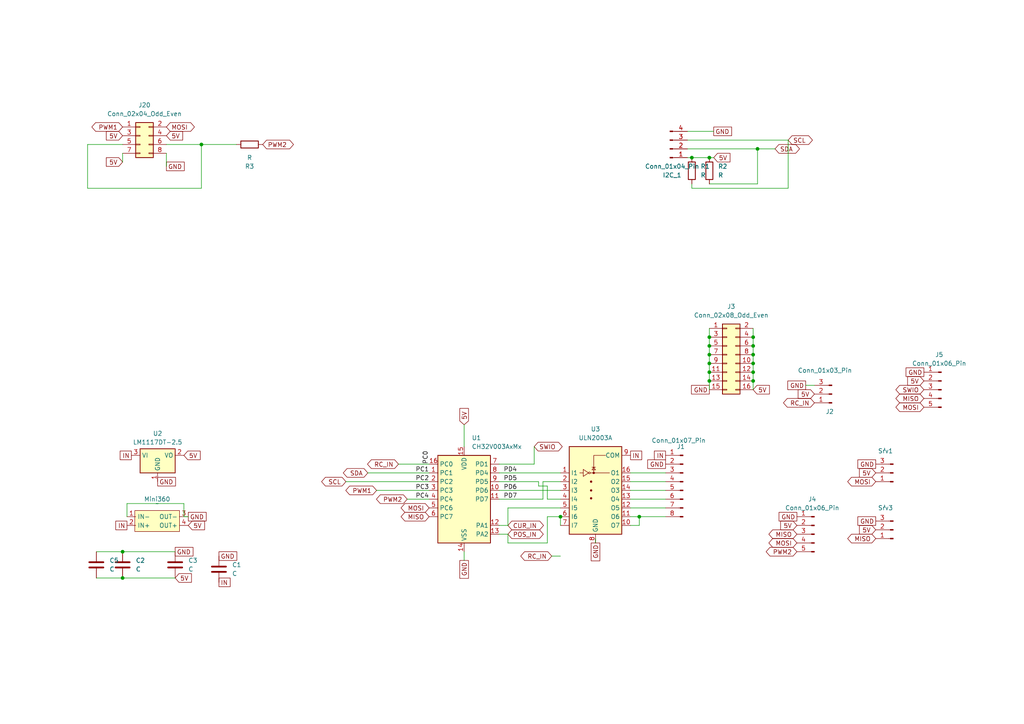
<source format=kicad_sch>
(kicad_sch
	(version 20231120)
	(generator "eeschema")
	(generator_version "8.0")
	(uuid "ed9cf0fb-4047-484c-b70f-1979a21205d7")
	(paper "A4")
	(title_block
		(title "ch32strip-b")
		(rev "03")
		(company "ADHDlab")
	)
	(lib_symbols
		(symbol "Connector:Conn_01x03_Pin"
			(pin_names
				(offset 1.016) hide)
			(exclude_from_sim no)
			(in_bom yes)
			(on_board yes)
			(property "Reference" "J"
				(at 0 5.08 0)
				(effects
					(font
						(size 1.27 1.27)
					)
				)
			)
			(property "Value" "Conn_01x03_Pin"
				(at 0 -5.08 0)
				(effects
					(font
						(size 1.27 1.27)
					)
				)
			)
			(property "Footprint" ""
				(at 0 0 0)
				(effects
					(font
						(size 1.27 1.27)
					)
					(hide yes)
				)
			)
			(property "Datasheet" "~"
				(at 0 0 0)
				(effects
					(font
						(size 1.27 1.27)
					)
					(hide yes)
				)
			)
			(property "Description" "Generic connector, single row, 01x03, script generated"
				(at 0 0 0)
				(effects
					(font
						(size 1.27 1.27)
					)
					(hide yes)
				)
			)
			(property "ki_locked" ""
				(at 0 0 0)
				(effects
					(font
						(size 1.27 1.27)
					)
				)
			)
			(property "ki_keywords" "connector"
				(at 0 0 0)
				(effects
					(font
						(size 1.27 1.27)
					)
					(hide yes)
				)
			)
			(property "ki_fp_filters" "Connector*:*_1x??_*"
				(at 0 0 0)
				(effects
					(font
						(size 1.27 1.27)
					)
					(hide yes)
				)
			)
			(symbol "Conn_01x03_Pin_1_1"
				(polyline
					(pts
						(xy 1.27 -2.54) (xy 0.8636 -2.54)
					)
					(stroke
						(width 0.1524)
						(type default)
					)
					(fill
						(type none)
					)
				)
				(polyline
					(pts
						(xy 1.27 0) (xy 0.8636 0)
					)
					(stroke
						(width 0.1524)
						(type default)
					)
					(fill
						(type none)
					)
				)
				(polyline
					(pts
						(xy 1.27 2.54) (xy 0.8636 2.54)
					)
					(stroke
						(width 0.1524)
						(type default)
					)
					(fill
						(type none)
					)
				)
				(rectangle
					(start 0.8636 -2.413)
					(end 0 -2.667)
					(stroke
						(width 0.1524)
						(type default)
					)
					(fill
						(type outline)
					)
				)
				(rectangle
					(start 0.8636 0.127)
					(end 0 -0.127)
					(stroke
						(width 0.1524)
						(type default)
					)
					(fill
						(type outline)
					)
				)
				(rectangle
					(start 0.8636 2.667)
					(end 0 2.413)
					(stroke
						(width 0.1524)
						(type default)
					)
					(fill
						(type outline)
					)
				)
				(pin passive line
					(at 5.08 2.54 180)
					(length 3.81)
					(name "Pin_1"
						(effects
							(font
								(size 1.27 1.27)
							)
						)
					)
					(number "1"
						(effects
							(font
								(size 1.27 1.27)
							)
						)
					)
				)
				(pin passive line
					(at 5.08 0 180)
					(length 3.81)
					(name "Pin_2"
						(effects
							(font
								(size 1.27 1.27)
							)
						)
					)
					(number "2"
						(effects
							(font
								(size 1.27 1.27)
							)
						)
					)
				)
				(pin passive line
					(at 5.08 -2.54 180)
					(length 3.81)
					(name "Pin_3"
						(effects
							(font
								(size 1.27 1.27)
							)
						)
					)
					(number "3"
						(effects
							(font
								(size 1.27 1.27)
							)
						)
					)
				)
			)
		)
		(symbol "Connector:Conn_01x04_Pin"
			(pin_names
				(offset 1.016) hide)
			(exclude_from_sim no)
			(in_bom yes)
			(on_board yes)
			(property "Reference" "J"
				(at 0 5.08 0)
				(effects
					(font
						(size 1.27 1.27)
					)
				)
			)
			(property "Value" "Conn_01x04_Pin"
				(at 0 -7.62 0)
				(effects
					(font
						(size 1.27 1.27)
					)
				)
			)
			(property "Footprint" ""
				(at 0 0 0)
				(effects
					(font
						(size 1.27 1.27)
					)
					(hide yes)
				)
			)
			(property "Datasheet" "~"
				(at 0 0 0)
				(effects
					(font
						(size 1.27 1.27)
					)
					(hide yes)
				)
			)
			(property "Description" "Generic connector, single row, 01x04, script generated"
				(at 0 0 0)
				(effects
					(font
						(size 1.27 1.27)
					)
					(hide yes)
				)
			)
			(property "ki_locked" ""
				(at 0 0 0)
				(effects
					(font
						(size 1.27 1.27)
					)
				)
			)
			(property "ki_keywords" "connector"
				(at 0 0 0)
				(effects
					(font
						(size 1.27 1.27)
					)
					(hide yes)
				)
			)
			(property "ki_fp_filters" "Connector*:*_1x??_*"
				(at 0 0 0)
				(effects
					(font
						(size 1.27 1.27)
					)
					(hide yes)
				)
			)
			(symbol "Conn_01x04_Pin_1_1"
				(polyline
					(pts
						(xy 1.27 -5.08) (xy 0.8636 -5.08)
					)
					(stroke
						(width 0.1524)
						(type default)
					)
					(fill
						(type none)
					)
				)
				(polyline
					(pts
						(xy 1.27 -2.54) (xy 0.8636 -2.54)
					)
					(stroke
						(width 0.1524)
						(type default)
					)
					(fill
						(type none)
					)
				)
				(polyline
					(pts
						(xy 1.27 0) (xy 0.8636 0)
					)
					(stroke
						(width 0.1524)
						(type default)
					)
					(fill
						(type none)
					)
				)
				(polyline
					(pts
						(xy 1.27 2.54) (xy 0.8636 2.54)
					)
					(stroke
						(width 0.1524)
						(type default)
					)
					(fill
						(type none)
					)
				)
				(rectangle
					(start 0.8636 -4.953)
					(end 0 -5.207)
					(stroke
						(width 0.1524)
						(type default)
					)
					(fill
						(type outline)
					)
				)
				(rectangle
					(start 0.8636 -2.413)
					(end 0 -2.667)
					(stroke
						(width 0.1524)
						(type default)
					)
					(fill
						(type outline)
					)
				)
				(rectangle
					(start 0.8636 0.127)
					(end 0 -0.127)
					(stroke
						(width 0.1524)
						(type default)
					)
					(fill
						(type outline)
					)
				)
				(rectangle
					(start 0.8636 2.667)
					(end 0 2.413)
					(stroke
						(width 0.1524)
						(type default)
					)
					(fill
						(type outline)
					)
				)
				(pin passive line
					(at 5.08 2.54 180)
					(length 3.81)
					(name "Pin_1"
						(effects
							(font
								(size 1.27 1.27)
							)
						)
					)
					(number "1"
						(effects
							(font
								(size 1.27 1.27)
							)
						)
					)
				)
				(pin passive line
					(at 5.08 0 180)
					(length 3.81)
					(name "Pin_2"
						(effects
							(font
								(size 1.27 1.27)
							)
						)
					)
					(number "2"
						(effects
							(font
								(size 1.27 1.27)
							)
						)
					)
				)
				(pin passive line
					(at 5.08 -2.54 180)
					(length 3.81)
					(name "Pin_3"
						(effects
							(font
								(size 1.27 1.27)
							)
						)
					)
					(number "3"
						(effects
							(font
								(size 1.27 1.27)
							)
						)
					)
				)
				(pin passive line
					(at 5.08 -5.08 180)
					(length 3.81)
					(name "Pin_4"
						(effects
							(font
								(size 1.27 1.27)
							)
						)
					)
					(number "4"
						(effects
							(font
								(size 1.27 1.27)
							)
						)
					)
				)
			)
		)
		(symbol "Connector:Conn_01x05_Pin"
			(pin_names
				(offset 1.016) hide)
			(exclude_from_sim no)
			(in_bom yes)
			(on_board yes)
			(property "Reference" "J"
				(at 0 7.62 0)
				(effects
					(font
						(size 1.27 1.27)
					)
				)
			)
			(property "Value" "Conn_01x05_Pin"
				(at 0 -7.62 0)
				(effects
					(font
						(size 1.27 1.27)
					)
				)
			)
			(property "Footprint" ""
				(at 0 0 0)
				(effects
					(font
						(size 1.27 1.27)
					)
					(hide yes)
				)
			)
			(property "Datasheet" "~"
				(at 0 0 0)
				(effects
					(font
						(size 1.27 1.27)
					)
					(hide yes)
				)
			)
			(property "Description" "Generic connector, single row, 01x05, script generated"
				(at 0 0 0)
				(effects
					(font
						(size 1.27 1.27)
					)
					(hide yes)
				)
			)
			(property "ki_locked" ""
				(at 0 0 0)
				(effects
					(font
						(size 1.27 1.27)
					)
				)
			)
			(property "ki_keywords" "connector"
				(at 0 0 0)
				(effects
					(font
						(size 1.27 1.27)
					)
					(hide yes)
				)
			)
			(property "ki_fp_filters" "Connector*:*_1x??_*"
				(at 0 0 0)
				(effects
					(font
						(size 1.27 1.27)
					)
					(hide yes)
				)
			)
			(symbol "Conn_01x05_Pin_1_1"
				(polyline
					(pts
						(xy 1.27 -5.08) (xy 0.8636 -5.08)
					)
					(stroke
						(width 0.1524)
						(type default)
					)
					(fill
						(type none)
					)
				)
				(polyline
					(pts
						(xy 1.27 -2.54) (xy 0.8636 -2.54)
					)
					(stroke
						(width 0.1524)
						(type default)
					)
					(fill
						(type none)
					)
				)
				(polyline
					(pts
						(xy 1.27 0) (xy 0.8636 0)
					)
					(stroke
						(width 0.1524)
						(type default)
					)
					(fill
						(type none)
					)
				)
				(polyline
					(pts
						(xy 1.27 2.54) (xy 0.8636 2.54)
					)
					(stroke
						(width 0.1524)
						(type default)
					)
					(fill
						(type none)
					)
				)
				(polyline
					(pts
						(xy 1.27 5.08) (xy 0.8636 5.08)
					)
					(stroke
						(width 0.1524)
						(type default)
					)
					(fill
						(type none)
					)
				)
				(rectangle
					(start 0.8636 -4.953)
					(end 0 -5.207)
					(stroke
						(width 0.1524)
						(type default)
					)
					(fill
						(type outline)
					)
				)
				(rectangle
					(start 0.8636 -2.413)
					(end 0 -2.667)
					(stroke
						(width 0.1524)
						(type default)
					)
					(fill
						(type outline)
					)
				)
				(rectangle
					(start 0.8636 0.127)
					(end 0 -0.127)
					(stroke
						(width 0.1524)
						(type default)
					)
					(fill
						(type outline)
					)
				)
				(rectangle
					(start 0.8636 2.667)
					(end 0 2.413)
					(stroke
						(width 0.1524)
						(type default)
					)
					(fill
						(type outline)
					)
				)
				(rectangle
					(start 0.8636 5.207)
					(end 0 4.953)
					(stroke
						(width 0.1524)
						(type default)
					)
					(fill
						(type outline)
					)
				)
				(pin passive line
					(at 5.08 5.08 180)
					(length 3.81)
					(name "Pin_1"
						(effects
							(font
								(size 1.27 1.27)
							)
						)
					)
					(number "1"
						(effects
							(font
								(size 1.27 1.27)
							)
						)
					)
				)
				(pin passive line
					(at 5.08 2.54 180)
					(length 3.81)
					(name "Pin_2"
						(effects
							(font
								(size 1.27 1.27)
							)
						)
					)
					(number "2"
						(effects
							(font
								(size 1.27 1.27)
							)
						)
					)
				)
				(pin passive line
					(at 5.08 0 180)
					(length 3.81)
					(name "Pin_3"
						(effects
							(font
								(size 1.27 1.27)
							)
						)
					)
					(number "3"
						(effects
							(font
								(size 1.27 1.27)
							)
						)
					)
				)
				(pin passive line
					(at 5.08 -2.54 180)
					(length 3.81)
					(name "Pin_4"
						(effects
							(font
								(size 1.27 1.27)
							)
						)
					)
					(number "4"
						(effects
							(font
								(size 1.27 1.27)
							)
						)
					)
				)
				(pin passive line
					(at 5.08 -5.08 180)
					(length 3.81)
					(name "Pin_5"
						(effects
							(font
								(size 1.27 1.27)
							)
						)
					)
					(number "5"
						(effects
							(font
								(size 1.27 1.27)
							)
						)
					)
				)
			)
		)
		(symbol "Connector:Conn_01x08_Pin"
			(pin_names
				(offset 1.016) hide)
			(exclude_from_sim no)
			(in_bom yes)
			(on_board yes)
			(property "Reference" "J"
				(at 0 10.16 0)
				(effects
					(font
						(size 1.27 1.27)
					)
				)
			)
			(property "Value" "Conn_01x08_Pin"
				(at 0 -12.7 0)
				(effects
					(font
						(size 1.27 1.27)
					)
				)
			)
			(property "Footprint" ""
				(at 0 0 0)
				(effects
					(font
						(size 1.27 1.27)
					)
					(hide yes)
				)
			)
			(property "Datasheet" "~"
				(at 0 0 0)
				(effects
					(font
						(size 1.27 1.27)
					)
					(hide yes)
				)
			)
			(property "Description" "Generic connector, single row, 01x08, script generated"
				(at 0 0 0)
				(effects
					(font
						(size 1.27 1.27)
					)
					(hide yes)
				)
			)
			(property "ki_locked" ""
				(at 0 0 0)
				(effects
					(font
						(size 1.27 1.27)
					)
				)
			)
			(property "ki_keywords" "connector"
				(at 0 0 0)
				(effects
					(font
						(size 1.27 1.27)
					)
					(hide yes)
				)
			)
			(property "ki_fp_filters" "Connector*:*_1x??_*"
				(at 0 0 0)
				(effects
					(font
						(size 1.27 1.27)
					)
					(hide yes)
				)
			)
			(symbol "Conn_01x08_Pin_1_1"
				(polyline
					(pts
						(xy 1.27 -10.16) (xy 0.8636 -10.16)
					)
					(stroke
						(width 0.1524)
						(type default)
					)
					(fill
						(type none)
					)
				)
				(polyline
					(pts
						(xy 1.27 -7.62) (xy 0.8636 -7.62)
					)
					(stroke
						(width 0.1524)
						(type default)
					)
					(fill
						(type none)
					)
				)
				(polyline
					(pts
						(xy 1.27 -5.08) (xy 0.8636 -5.08)
					)
					(stroke
						(width 0.1524)
						(type default)
					)
					(fill
						(type none)
					)
				)
				(polyline
					(pts
						(xy 1.27 -2.54) (xy 0.8636 -2.54)
					)
					(stroke
						(width 0.1524)
						(type default)
					)
					(fill
						(type none)
					)
				)
				(polyline
					(pts
						(xy 1.27 0) (xy 0.8636 0)
					)
					(stroke
						(width 0.1524)
						(type default)
					)
					(fill
						(type none)
					)
				)
				(polyline
					(pts
						(xy 1.27 2.54) (xy 0.8636 2.54)
					)
					(stroke
						(width 0.1524)
						(type default)
					)
					(fill
						(type none)
					)
				)
				(polyline
					(pts
						(xy 1.27 5.08) (xy 0.8636 5.08)
					)
					(stroke
						(width 0.1524)
						(type default)
					)
					(fill
						(type none)
					)
				)
				(polyline
					(pts
						(xy 1.27 7.62) (xy 0.8636 7.62)
					)
					(stroke
						(width 0.1524)
						(type default)
					)
					(fill
						(type none)
					)
				)
				(rectangle
					(start 0.8636 -10.033)
					(end 0 -10.287)
					(stroke
						(width 0.1524)
						(type default)
					)
					(fill
						(type outline)
					)
				)
				(rectangle
					(start 0.8636 -7.493)
					(end 0 -7.747)
					(stroke
						(width 0.1524)
						(type default)
					)
					(fill
						(type outline)
					)
				)
				(rectangle
					(start 0.8636 -4.953)
					(end 0 -5.207)
					(stroke
						(width 0.1524)
						(type default)
					)
					(fill
						(type outline)
					)
				)
				(rectangle
					(start 0.8636 -2.413)
					(end 0 -2.667)
					(stroke
						(width 0.1524)
						(type default)
					)
					(fill
						(type outline)
					)
				)
				(rectangle
					(start 0.8636 0.127)
					(end 0 -0.127)
					(stroke
						(width 0.1524)
						(type default)
					)
					(fill
						(type outline)
					)
				)
				(rectangle
					(start 0.8636 2.667)
					(end 0 2.413)
					(stroke
						(width 0.1524)
						(type default)
					)
					(fill
						(type outline)
					)
				)
				(rectangle
					(start 0.8636 5.207)
					(end 0 4.953)
					(stroke
						(width 0.1524)
						(type default)
					)
					(fill
						(type outline)
					)
				)
				(rectangle
					(start 0.8636 7.747)
					(end 0 7.493)
					(stroke
						(width 0.1524)
						(type default)
					)
					(fill
						(type outline)
					)
				)
				(pin passive line
					(at 5.08 7.62 180)
					(length 3.81)
					(name "Pin_1"
						(effects
							(font
								(size 1.27 1.27)
							)
						)
					)
					(number "1"
						(effects
							(font
								(size 1.27 1.27)
							)
						)
					)
				)
				(pin passive line
					(at 5.08 5.08 180)
					(length 3.81)
					(name "Pin_2"
						(effects
							(font
								(size 1.27 1.27)
							)
						)
					)
					(number "2"
						(effects
							(font
								(size 1.27 1.27)
							)
						)
					)
				)
				(pin passive line
					(at 5.08 2.54 180)
					(length 3.81)
					(name "Pin_3"
						(effects
							(font
								(size 1.27 1.27)
							)
						)
					)
					(number "3"
						(effects
							(font
								(size 1.27 1.27)
							)
						)
					)
				)
				(pin passive line
					(at 5.08 0 180)
					(length 3.81)
					(name "Pin_4"
						(effects
							(font
								(size 1.27 1.27)
							)
						)
					)
					(number "4"
						(effects
							(font
								(size 1.27 1.27)
							)
						)
					)
				)
				(pin passive line
					(at 5.08 -2.54 180)
					(length 3.81)
					(name "Pin_5"
						(effects
							(font
								(size 1.27 1.27)
							)
						)
					)
					(number "5"
						(effects
							(font
								(size 1.27 1.27)
							)
						)
					)
				)
				(pin passive line
					(at 5.08 -5.08 180)
					(length 3.81)
					(name "Pin_6"
						(effects
							(font
								(size 1.27 1.27)
							)
						)
					)
					(number "6"
						(effects
							(font
								(size 1.27 1.27)
							)
						)
					)
				)
				(pin passive line
					(at 5.08 -7.62 180)
					(length 3.81)
					(name "Pin_7"
						(effects
							(font
								(size 1.27 1.27)
							)
						)
					)
					(number "7"
						(effects
							(font
								(size 1.27 1.27)
							)
						)
					)
				)
				(pin passive line
					(at 5.08 -10.16 180)
					(length 3.81)
					(name "Pin_8"
						(effects
							(font
								(size 1.27 1.27)
							)
						)
					)
					(number "8"
						(effects
							(font
								(size 1.27 1.27)
							)
						)
					)
				)
			)
		)
		(symbol "Connector_Generic:Conn_02x04_Odd_Even"
			(pin_names
				(offset 1.016) hide)
			(exclude_from_sim no)
			(in_bom yes)
			(on_board yes)
			(property "Reference" "J"
				(at 1.27 5.08 0)
				(effects
					(font
						(size 1.27 1.27)
					)
				)
			)
			(property "Value" "Conn_02x04_Odd_Even"
				(at 1.27 -7.62 0)
				(effects
					(font
						(size 1.27 1.27)
					)
				)
			)
			(property "Footprint" ""
				(at 0 0 0)
				(effects
					(font
						(size 1.27 1.27)
					)
					(hide yes)
				)
			)
			(property "Datasheet" "~"
				(at 0 0 0)
				(effects
					(font
						(size 1.27 1.27)
					)
					(hide yes)
				)
			)
			(property "Description" "Generic connector, double row, 02x04, odd/even pin numbering scheme (row 1 odd numbers, row 2 even numbers), script generated (kicad-library-utils/schlib/autogen/connector/)"
				(at 0 0 0)
				(effects
					(font
						(size 1.27 1.27)
					)
					(hide yes)
				)
			)
			(property "ki_keywords" "connector"
				(at 0 0 0)
				(effects
					(font
						(size 1.27 1.27)
					)
					(hide yes)
				)
			)
			(property "ki_fp_filters" "Connector*:*_2x??_*"
				(at 0 0 0)
				(effects
					(font
						(size 1.27 1.27)
					)
					(hide yes)
				)
			)
			(symbol "Conn_02x04_Odd_Even_1_1"
				(rectangle
					(start -1.27 -4.953)
					(end 0 -5.207)
					(stroke
						(width 0.1524)
						(type default)
					)
					(fill
						(type none)
					)
				)
				(rectangle
					(start -1.27 -2.413)
					(end 0 -2.667)
					(stroke
						(width 0.1524)
						(type default)
					)
					(fill
						(type none)
					)
				)
				(rectangle
					(start -1.27 0.127)
					(end 0 -0.127)
					(stroke
						(width 0.1524)
						(type default)
					)
					(fill
						(type none)
					)
				)
				(rectangle
					(start -1.27 2.667)
					(end 0 2.413)
					(stroke
						(width 0.1524)
						(type default)
					)
					(fill
						(type none)
					)
				)
				(rectangle
					(start -1.27 3.81)
					(end 3.81 -6.35)
					(stroke
						(width 0.254)
						(type default)
					)
					(fill
						(type background)
					)
				)
				(rectangle
					(start 3.81 -4.953)
					(end 2.54 -5.207)
					(stroke
						(width 0.1524)
						(type default)
					)
					(fill
						(type none)
					)
				)
				(rectangle
					(start 3.81 -2.413)
					(end 2.54 -2.667)
					(stroke
						(width 0.1524)
						(type default)
					)
					(fill
						(type none)
					)
				)
				(rectangle
					(start 3.81 0.127)
					(end 2.54 -0.127)
					(stroke
						(width 0.1524)
						(type default)
					)
					(fill
						(type none)
					)
				)
				(rectangle
					(start 3.81 2.667)
					(end 2.54 2.413)
					(stroke
						(width 0.1524)
						(type default)
					)
					(fill
						(type none)
					)
				)
				(pin passive line
					(at -5.08 2.54 0)
					(length 3.81)
					(name "Pin_1"
						(effects
							(font
								(size 1.27 1.27)
							)
						)
					)
					(number "1"
						(effects
							(font
								(size 1.27 1.27)
							)
						)
					)
				)
				(pin passive line
					(at 7.62 2.54 180)
					(length 3.81)
					(name "Pin_2"
						(effects
							(font
								(size 1.27 1.27)
							)
						)
					)
					(number "2"
						(effects
							(font
								(size 1.27 1.27)
							)
						)
					)
				)
				(pin passive line
					(at -5.08 0 0)
					(length 3.81)
					(name "Pin_3"
						(effects
							(font
								(size 1.27 1.27)
							)
						)
					)
					(number "3"
						(effects
							(font
								(size 1.27 1.27)
							)
						)
					)
				)
				(pin passive line
					(at 7.62 0 180)
					(length 3.81)
					(name "Pin_4"
						(effects
							(font
								(size 1.27 1.27)
							)
						)
					)
					(number "4"
						(effects
							(font
								(size 1.27 1.27)
							)
						)
					)
				)
				(pin passive line
					(at -5.08 -2.54 0)
					(length 3.81)
					(name "Pin_5"
						(effects
							(font
								(size 1.27 1.27)
							)
						)
					)
					(number "5"
						(effects
							(font
								(size 1.27 1.27)
							)
						)
					)
				)
				(pin passive line
					(at 7.62 -2.54 180)
					(length 3.81)
					(name "Pin_6"
						(effects
							(font
								(size 1.27 1.27)
							)
						)
					)
					(number "6"
						(effects
							(font
								(size 1.27 1.27)
							)
						)
					)
				)
				(pin passive line
					(at -5.08 -5.08 0)
					(length 3.81)
					(name "Pin_7"
						(effects
							(font
								(size 1.27 1.27)
							)
						)
					)
					(number "7"
						(effects
							(font
								(size 1.27 1.27)
							)
						)
					)
				)
				(pin passive line
					(at 7.62 -5.08 180)
					(length 3.81)
					(name "Pin_8"
						(effects
							(font
								(size 1.27 1.27)
							)
						)
					)
					(number "8"
						(effects
							(font
								(size 1.27 1.27)
							)
						)
					)
				)
			)
		)
		(symbol "Connector_Generic:Conn_02x08_Odd_Even"
			(pin_names
				(offset 1.016) hide)
			(exclude_from_sim no)
			(in_bom yes)
			(on_board yes)
			(property "Reference" "J"
				(at 1.27 10.16 0)
				(effects
					(font
						(size 1.27 1.27)
					)
				)
			)
			(property "Value" "Conn_02x08_Odd_Even"
				(at 1.27 -12.7 0)
				(effects
					(font
						(size 1.27 1.27)
					)
				)
			)
			(property "Footprint" ""
				(at 0 0 0)
				(effects
					(font
						(size 1.27 1.27)
					)
					(hide yes)
				)
			)
			(property "Datasheet" "~"
				(at 0 0 0)
				(effects
					(font
						(size 1.27 1.27)
					)
					(hide yes)
				)
			)
			(property "Description" "Generic connector, double row, 02x08, odd/even pin numbering scheme (row 1 odd numbers, row 2 even numbers), script generated (kicad-library-utils/schlib/autogen/connector/)"
				(at 0 0 0)
				(effects
					(font
						(size 1.27 1.27)
					)
					(hide yes)
				)
			)
			(property "ki_keywords" "connector"
				(at 0 0 0)
				(effects
					(font
						(size 1.27 1.27)
					)
					(hide yes)
				)
			)
			(property "ki_fp_filters" "Connector*:*_2x??_*"
				(at 0 0 0)
				(effects
					(font
						(size 1.27 1.27)
					)
					(hide yes)
				)
			)
			(symbol "Conn_02x08_Odd_Even_1_1"
				(rectangle
					(start -1.27 -10.033)
					(end 0 -10.287)
					(stroke
						(width 0.1524)
						(type default)
					)
					(fill
						(type none)
					)
				)
				(rectangle
					(start -1.27 -7.493)
					(end 0 -7.747)
					(stroke
						(width 0.1524)
						(type default)
					)
					(fill
						(type none)
					)
				)
				(rectangle
					(start -1.27 -4.953)
					(end 0 -5.207)
					(stroke
						(width 0.1524)
						(type default)
					)
					(fill
						(type none)
					)
				)
				(rectangle
					(start -1.27 -2.413)
					(end 0 -2.667)
					(stroke
						(width 0.1524)
						(type default)
					)
					(fill
						(type none)
					)
				)
				(rectangle
					(start -1.27 0.127)
					(end 0 -0.127)
					(stroke
						(width 0.1524)
						(type default)
					)
					(fill
						(type none)
					)
				)
				(rectangle
					(start -1.27 2.667)
					(end 0 2.413)
					(stroke
						(width 0.1524)
						(type default)
					)
					(fill
						(type none)
					)
				)
				(rectangle
					(start -1.27 5.207)
					(end 0 4.953)
					(stroke
						(width 0.1524)
						(type default)
					)
					(fill
						(type none)
					)
				)
				(rectangle
					(start -1.27 7.747)
					(end 0 7.493)
					(stroke
						(width 0.1524)
						(type default)
					)
					(fill
						(type none)
					)
				)
				(rectangle
					(start -1.27 8.89)
					(end 3.81 -11.43)
					(stroke
						(width 0.254)
						(type default)
					)
					(fill
						(type background)
					)
				)
				(rectangle
					(start 3.81 -10.033)
					(end 2.54 -10.287)
					(stroke
						(width 0.1524)
						(type default)
					)
					(fill
						(type none)
					)
				)
				(rectangle
					(start 3.81 -7.493)
					(end 2.54 -7.747)
					(stroke
						(width 0.1524)
						(type default)
					)
					(fill
						(type none)
					)
				)
				(rectangle
					(start 3.81 -4.953)
					(end 2.54 -5.207)
					(stroke
						(width 0.1524)
						(type default)
					)
					(fill
						(type none)
					)
				)
				(rectangle
					(start 3.81 -2.413)
					(end 2.54 -2.667)
					(stroke
						(width 0.1524)
						(type default)
					)
					(fill
						(type none)
					)
				)
				(rectangle
					(start 3.81 0.127)
					(end 2.54 -0.127)
					(stroke
						(width 0.1524)
						(type default)
					)
					(fill
						(type none)
					)
				)
				(rectangle
					(start 3.81 2.667)
					(end 2.54 2.413)
					(stroke
						(width 0.1524)
						(type default)
					)
					(fill
						(type none)
					)
				)
				(rectangle
					(start 3.81 5.207)
					(end 2.54 4.953)
					(stroke
						(width 0.1524)
						(type default)
					)
					(fill
						(type none)
					)
				)
				(rectangle
					(start 3.81 7.747)
					(end 2.54 7.493)
					(stroke
						(width 0.1524)
						(type default)
					)
					(fill
						(type none)
					)
				)
				(pin passive line
					(at -5.08 7.62 0)
					(length 3.81)
					(name "Pin_1"
						(effects
							(font
								(size 1.27 1.27)
							)
						)
					)
					(number "1"
						(effects
							(font
								(size 1.27 1.27)
							)
						)
					)
				)
				(pin passive line
					(at 7.62 -2.54 180)
					(length 3.81)
					(name "Pin_10"
						(effects
							(font
								(size 1.27 1.27)
							)
						)
					)
					(number "10"
						(effects
							(font
								(size 1.27 1.27)
							)
						)
					)
				)
				(pin passive line
					(at -5.08 -5.08 0)
					(length 3.81)
					(name "Pin_11"
						(effects
							(font
								(size 1.27 1.27)
							)
						)
					)
					(number "11"
						(effects
							(font
								(size 1.27 1.27)
							)
						)
					)
				)
				(pin passive line
					(at 7.62 -5.08 180)
					(length 3.81)
					(name "Pin_12"
						(effects
							(font
								(size 1.27 1.27)
							)
						)
					)
					(number "12"
						(effects
							(font
								(size 1.27 1.27)
							)
						)
					)
				)
				(pin passive line
					(at -5.08 -7.62 0)
					(length 3.81)
					(name "Pin_13"
						(effects
							(font
								(size 1.27 1.27)
							)
						)
					)
					(number "13"
						(effects
							(font
								(size 1.27 1.27)
							)
						)
					)
				)
				(pin passive line
					(at 7.62 -7.62 180)
					(length 3.81)
					(name "Pin_14"
						(effects
							(font
								(size 1.27 1.27)
							)
						)
					)
					(number "14"
						(effects
							(font
								(size 1.27 1.27)
							)
						)
					)
				)
				(pin passive line
					(at -5.08 -10.16 0)
					(length 3.81)
					(name "Pin_15"
						(effects
							(font
								(size 1.27 1.27)
							)
						)
					)
					(number "15"
						(effects
							(font
								(size 1.27 1.27)
							)
						)
					)
				)
				(pin passive line
					(at 7.62 -10.16 180)
					(length 3.81)
					(name "Pin_16"
						(effects
							(font
								(size 1.27 1.27)
							)
						)
					)
					(number "16"
						(effects
							(font
								(size 1.27 1.27)
							)
						)
					)
				)
				(pin passive line
					(at 7.62 7.62 180)
					(length 3.81)
					(name "Pin_2"
						(effects
							(font
								(size 1.27 1.27)
							)
						)
					)
					(number "2"
						(effects
							(font
								(size 1.27 1.27)
							)
						)
					)
				)
				(pin passive line
					(at -5.08 5.08 0)
					(length 3.81)
					(name "Pin_3"
						(effects
							(font
								(size 1.27 1.27)
							)
						)
					)
					(number "3"
						(effects
							(font
								(size 1.27 1.27)
							)
						)
					)
				)
				(pin passive line
					(at 7.62 5.08 180)
					(length 3.81)
					(name "Pin_4"
						(effects
							(font
								(size 1.27 1.27)
							)
						)
					)
					(number "4"
						(effects
							(font
								(size 1.27 1.27)
							)
						)
					)
				)
				(pin passive line
					(at -5.08 2.54 0)
					(length 3.81)
					(name "Pin_5"
						(effects
							(font
								(size 1.27 1.27)
							)
						)
					)
					(number "5"
						(effects
							(font
								(size 1.27 1.27)
							)
						)
					)
				)
				(pin passive line
					(at 7.62 2.54 180)
					(length 3.81)
					(name "Pin_6"
						(effects
							(font
								(size 1.27 1.27)
							)
						)
					)
					(number "6"
						(effects
							(font
								(size 1.27 1.27)
							)
						)
					)
				)
				(pin passive line
					(at -5.08 0 0)
					(length 3.81)
					(name "Pin_7"
						(effects
							(font
								(size 1.27 1.27)
							)
						)
					)
					(number "7"
						(effects
							(font
								(size 1.27 1.27)
							)
						)
					)
				)
				(pin passive line
					(at 7.62 0 180)
					(length 3.81)
					(name "Pin_8"
						(effects
							(font
								(size 1.27 1.27)
							)
						)
					)
					(number "8"
						(effects
							(font
								(size 1.27 1.27)
							)
						)
					)
				)
				(pin passive line
					(at -5.08 -2.54 0)
					(length 3.81)
					(name "Pin_9"
						(effects
							(font
								(size 1.27 1.27)
							)
						)
					)
					(number "9"
						(effects
							(font
								(size 1.27 1.27)
							)
						)
					)
				)
			)
		)
		(symbol "Device:C"
			(pin_numbers hide)
			(pin_names
				(offset 0.254)
			)
			(exclude_from_sim no)
			(in_bom yes)
			(on_board yes)
			(property "Reference" "C"
				(at 0.635 2.54 0)
				(effects
					(font
						(size 1.27 1.27)
					)
					(justify left)
				)
			)
			(property "Value" "C"
				(at 0.635 -2.54 0)
				(effects
					(font
						(size 1.27 1.27)
					)
					(justify left)
				)
			)
			(property "Footprint" ""
				(at 0.9652 -3.81 0)
				(effects
					(font
						(size 1.27 1.27)
					)
					(hide yes)
				)
			)
			(property "Datasheet" "~"
				(at 0 0 0)
				(effects
					(font
						(size 1.27 1.27)
					)
					(hide yes)
				)
			)
			(property "Description" "Unpolarized capacitor"
				(at 0 0 0)
				(effects
					(font
						(size 1.27 1.27)
					)
					(hide yes)
				)
			)
			(property "ki_keywords" "cap capacitor"
				(at 0 0 0)
				(effects
					(font
						(size 1.27 1.27)
					)
					(hide yes)
				)
			)
			(property "ki_fp_filters" "C_*"
				(at 0 0 0)
				(effects
					(font
						(size 1.27 1.27)
					)
					(hide yes)
				)
			)
			(symbol "C_0_1"
				(polyline
					(pts
						(xy -2.032 -0.762) (xy 2.032 -0.762)
					)
					(stroke
						(width 0.508)
						(type default)
					)
					(fill
						(type none)
					)
				)
				(polyline
					(pts
						(xy -2.032 0.762) (xy 2.032 0.762)
					)
					(stroke
						(width 0.508)
						(type default)
					)
					(fill
						(type none)
					)
				)
			)
			(symbol "C_1_1"
				(pin passive line
					(at 0 3.81 270)
					(length 2.794)
					(name "~"
						(effects
							(font
								(size 1.27 1.27)
							)
						)
					)
					(number "1"
						(effects
							(font
								(size 1.27 1.27)
							)
						)
					)
				)
				(pin passive line
					(at 0 -3.81 90)
					(length 2.794)
					(name "~"
						(effects
							(font
								(size 1.27 1.27)
							)
						)
					)
					(number "2"
						(effects
							(font
								(size 1.27 1.27)
							)
						)
					)
				)
			)
		)
		(symbol "Device:R"
			(pin_numbers hide)
			(pin_names
				(offset 0)
			)
			(exclude_from_sim no)
			(in_bom yes)
			(on_board yes)
			(property "Reference" "R"
				(at 2.032 0 90)
				(effects
					(font
						(size 1.27 1.27)
					)
				)
			)
			(property "Value" "R"
				(at 0 0 90)
				(effects
					(font
						(size 1.27 1.27)
					)
				)
			)
			(property "Footprint" ""
				(at -1.778 0 90)
				(effects
					(font
						(size 1.27 1.27)
					)
					(hide yes)
				)
			)
			(property "Datasheet" "~"
				(at 0 0 0)
				(effects
					(font
						(size 1.27 1.27)
					)
					(hide yes)
				)
			)
			(property "Description" "Resistor"
				(at 0 0 0)
				(effects
					(font
						(size 1.27 1.27)
					)
					(hide yes)
				)
			)
			(property "ki_keywords" "R res resistor"
				(at 0 0 0)
				(effects
					(font
						(size 1.27 1.27)
					)
					(hide yes)
				)
			)
			(property "ki_fp_filters" "R_*"
				(at 0 0 0)
				(effects
					(font
						(size 1.27 1.27)
					)
					(hide yes)
				)
			)
			(symbol "R_0_1"
				(rectangle
					(start -1.016 -2.54)
					(end 1.016 2.54)
					(stroke
						(width 0.254)
						(type default)
					)
					(fill
						(type none)
					)
				)
			)
			(symbol "R_1_1"
				(pin passive line
					(at 0 3.81 270)
					(length 1.27)
					(name "~"
						(effects
							(font
								(size 1.27 1.27)
							)
						)
					)
					(number "1"
						(effects
							(font
								(size 1.27 1.27)
							)
						)
					)
				)
				(pin passive line
					(at 0 -3.81 90)
					(length 1.27)
					(name "~"
						(effects
							(font
								(size 1.27 1.27)
							)
						)
					)
					(number "2"
						(effects
							(font
								(size 1.27 1.27)
							)
						)
					)
				)
			)
		)
		(symbol "MCU_WCH_CH32V0:CH32V003AxMx"
			(exclude_from_sim no)
			(in_bom yes)
			(on_board yes)
			(property "Reference" "U"
				(at -7.62 15.24 0)
				(effects
					(font
						(size 1.27 1.27)
					)
				)
			)
			(property "Value" "CH32V003AxMx"
				(at 7.62 15.24 0)
				(effects
					(font
						(size 1.27 1.27)
					)
				)
			)
			(property "Footprint" "Package_SO:SOP-16_3.9x9.9mm_P1.27mm"
				(at -2.54 0 0)
				(effects
					(font
						(size 1.27 1.27)
					)
					(hide yes)
				)
			)
			(property "Datasheet" "https://www.wch-ic.com/products/CH32V003.html"
				(at -2.54 0 0)
				(effects
					(font
						(size 1.27 1.27)
					)
					(hide yes)
				)
			)
			(property "Description" "CH32V003 series are industrial-grade general-purpose microcontrollers designed based on 32-bit RISC-V instruction set and architecture. It adopts QingKe V2A core, RV32EC instruction set, and supports 2 levels of interrupt nesting. The series are mounted with rich peripheral interfaces and function modules. Its internal organizational structure meets the low-cost and low-power embedded application scenarios."
				(at 0 0 0)
				(effects
					(font
						(size 1.27 1.27)
					)
					(hide yes)
				)
			)
			(property "ki_keywords" "RISC-V WCH MCU microcontroller"
				(at 0 0 0)
				(effects
					(font
						(size 1.27 1.27)
					)
					(hide yes)
				)
			)
			(property "ki_fp_filters" "SOP*3.9x9.9mm*P1.27mm*"
				(at 0 0 0)
				(effects
					(font
						(size 1.27 1.27)
					)
					(hide yes)
				)
			)
			(symbol "CH32V003AxMx_1_1"
				(rectangle
					(start -7.62 12.7)
					(end 7.62 -12.7)
					(stroke
						(width 0.254)
						(type default)
					)
					(fill
						(type background)
					)
				)
				(pin bidirectional line
					(at -10.16 7.62 0)
					(length 2.54)
					(name "PC1"
						(effects
							(font
								(size 1.27 1.27)
							)
						)
					)
					(number "1"
						(effects
							(font
								(size 1.27 1.27)
							)
						)
					)
					(alternate "NSS" bidirectional line)
					(alternate "SDA" bidirectional line)
					(alternate "T1BKIN_1" bidirectional line)
					(alternate "T1BKIN_3" bidirectional line)
					(alternate "T2CH1ETR_2" bidirectional line)
					(alternate "T2CH1ETR_3" bidirectional line)
					(alternate "T2CH4_1" bidirectional line)
					(alternate "URX_3" bidirectional line)
				)
				(pin bidirectional line
					(at 10.16 2.54 180)
					(length 2.54)
					(name "PD6"
						(effects
							(font
								(size 1.27 1.27)
							)
						)
					)
					(number "10"
						(effects
							(font
								(size 1.27 1.27)
							)
						)
					)
					(alternate "A6" bidirectional line)
					(alternate "T2CH3_3" bidirectional line)
					(alternate "URX" bidirectional line)
					(alternate "UTX_2" bidirectional line)
				)
				(pin bidirectional line
					(at 10.16 0 180)
					(length 2.54)
					(name "PD7"
						(effects
							(font
								(size 1.27 1.27)
							)
						)
					)
					(number "11"
						(effects
							(font
								(size 1.27 1.27)
							)
						)
					)
					(alternate "NRST" bidirectional line)
					(alternate "OPP1" bidirectional line)
					(alternate "T2CH4" bidirectional line)
					(alternate "T2CH4_2" bidirectional line)
					(alternate "UCK_1" bidirectional line)
					(alternate "UCK_2" bidirectional line)
				)
				(pin bidirectional line
					(at 10.16 -7.62 180)
					(length 2.54)
					(name "PA1"
						(effects
							(font
								(size 1.27 1.27)
							)
						)
					)
					(number "12"
						(effects
							(font
								(size 1.27 1.27)
							)
						)
					)
					(alternate "A1" bidirectional line)
					(alternate "OPN0" bidirectional line)
					(alternate "OSCI" bidirectional line)
					(alternate "T1CH2" bidirectional line)
					(alternate "T1CH2_2" bidirectional line)
				)
				(pin bidirectional line
					(at 10.16 -10.16 180)
					(length 2.54)
					(name "PA2"
						(effects
							(font
								(size 1.27 1.27)
							)
						)
					)
					(number "13"
						(effects
							(font
								(size 1.27 1.27)
							)
						)
					)
					(alternate "A0" bidirectional line)
					(alternate "AETR2_1" bidirectional line)
					(alternate "OPP0" bidirectional line)
					(alternate "OSCO" bidirectional line)
					(alternate "TICH2N" bidirectional line)
					(alternate "TICH2N_2" bidirectional line)
				)
				(pin power_in line
					(at 0 -15.24 90)
					(length 2.54)
					(name "VSS"
						(effects
							(font
								(size 1.27 1.27)
							)
						)
					)
					(number "14"
						(effects
							(font
								(size 1.27 1.27)
							)
						)
					)
				)
				(pin power_in line
					(at 0 15.24 270)
					(length 2.54)
					(name "VDD"
						(effects
							(font
								(size 1.27 1.27)
							)
						)
					)
					(number "15"
						(effects
							(font
								(size 1.27 1.27)
							)
						)
					)
				)
				(pin bidirectional line
					(at -10.16 10.16 0)
					(length 2.54)
					(name "PC0"
						(effects
							(font
								(size 1.27 1.27)
							)
						)
					)
					(number "16"
						(effects
							(font
								(size 1.27 1.27)
							)
						)
					)
					(alternate "NSS_1" bidirectional line)
					(alternate "T1CH3_1" bidirectional line)
					(alternate "T2CH3" bidirectional line)
					(alternate "T2CH3_2" bidirectional line)
					(alternate "UTX_3" bidirectional line)
				)
				(pin bidirectional line
					(at -10.16 5.08 0)
					(length 2.54)
					(name "PC2"
						(effects
							(font
								(size 1.27 1.27)
							)
						)
					)
					(number "2"
						(effects
							(font
								(size 1.27 1.27)
							)
						)
					)
					(alternate "AETR_1" bidirectional line)
					(alternate "SCL" bidirectional line)
					(alternate "T1BKIN" bidirectional line)
					(alternate "T1BKIN_2" bidirectional line)
					(alternate "T1ETR_3" bidirectional line)
					(alternate "T2CH2_1" bidirectional line)
					(alternate "URTS" bidirectional line)
					(alternate "URTS_1" bidirectional line)
				)
				(pin bidirectional line
					(at -10.16 2.54 0)
					(length 2.54)
					(name "PC3"
						(effects
							(font
								(size 1.27 1.27)
							)
						)
					)
					(number "3"
						(effects
							(font
								(size 1.27 1.27)
							)
						)
					)
					(alternate "T1CH1N_1" bidirectional line)
					(alternate "T1CH1N_3" bidirectional line)
					(alternate "T1CH3" bidirectional line)
					(alternate "T1CH3_2" bidirectional line)
					(alternate "UCTS_1" bidirectional line)
				)
				(pin bidirectional line
					(at -10.16 0 0)
					(length 2.54)
					(name "PC4"
						(effects
							(font
								(size 1.27 1.27)
							)
						)
					)
					(number "4"
						(effects
							(font
								(size 1.27 1.27)
							)
						)
					)
					(alternate "A2" bidirectional line)
					(alternate "MCO" bidirectional line)
					(alternate "T1CH1_3" bidirectional line)
					(alternate "T1CH2N_1" bidirectional line)
					(alternate "T1CH4" bidirectional line)
					(alternate "T1CH4_2" bidirectional line)
				)
				(pin bidirectional line
					(at -10.16 -2.54 0)
					(length 2.54)
					(name "PC6"
						(effects
							(font
								(size 1.27 1.27)
							)
						)
					)
					(number "5"
						(effects
							(font
								(size 1.27 1.27)
							)
						)
					)
					(alternate "MOSI" bidirectional line)
					(alternate "MOSI_1" bidirectional line)
					(alternate "SDA_2" bidirectional line)
					(alternate "SDA_3" bidirectional line)
					(alternate "T1CH1_1" bidirectional line)
					(alternate "T1CH3N_3" bidirectional line)
					(alternate "UCTS_2" bidirectional line)
					(alternate "UCTS_3" bidirectional line)
				)
				(pin bidirectional line
					(at -10.16 -5.08 0)
					(length 2.54)
					(name "PC7"
						(effects
							(font
								(size 1.27 1.27)
							)
						)
					)
					(number "6"
						(effects
							(font
								(size 1.27 1.27)
							)
						)
					)
					(alternate "MISO" bidirectional line)
					(alternate "MISO_1" bidirectional line)
					(alternate "T1CH2_1" bidirectional line)
					(alternate "T1CH2_3" bidirectional line)
					(alternate "T2CH2_3" bidirectional line)
					(alternate "URTS_2" bidirectional line)
					(alternate "URTS_3" bidirectional line)
				)
				(pin bidirectional line
					(at 10.16 10.16 180)
					(length 2.54)
					(name "PD1"
						(effects
							(font
								(size 1.27 1.27)
							)
						)
					)
					(number "7"
						(effects
							(font
								(size 1.27 1.27)
							)
						)
					)
					(alternate "AETR2" bidirectional line)
					(alternate "SCL_1" bidirectional line)
					(alternate "SWIO" bidirectional line)
					(alternate "T1CH3N" bidirectional line)
					(alternate "T1CH3N_1" bidirectional line)
					(alternate "T1CH3N_2" bidirectional line)
					(alternate "URX_1" bidirectional line)
				)
				(pin bidirectional line
					(at 10.16 7.62 180)
					(length 2.54)
					(name "PD4"
						(effects
							(font
								(size 1.27 1.27)
							)
						)
					)
					(number "8"
						(effects
							(font
								(size 1.27 1.27)
							)
						)
					)
					(alternate "A7" bidirectional line)
					(alternate "OPO" bidirectional line)
					(alternate "T1CH4_3" bidirectional line)
					(alternate "T2CH1ETR" bidirectional line)
					(alternate "TIETR_2" bidirectional line)
					(alternate "UCK" bidirectional line)
				)
				(pin bidirectional line
					(at 10.16 5.08 180)
					(length 2.54)
					(name "PD5"
						(effects
							(font
								(size 1.27 1.27)
							)
						)
					)
					(number "9"
						(effects
							(font
								(size 1.27 1.27)
							)
						)
					)
					(alternate "A5" bidirectional line)
					(alternate "T2CH4_3" bidirectional line)
					(alternate "URX_2" bidirectional line)
					(alternate "UTX" bidirectional line)
				)
			)
		)
		(symbol "Regulator_Linear:LM1117DT-2.5"
			(exclude_from_sim no)
			(in_bom yes)
			(on_board yes)
			(property "Reference" "U"
				(at -3.81 3.175 0)
				(effects
					(font
						(size 1.27 1.27)
					)
				)
			)
			(property "Value" "LM1117DT-2.5"
				(at 0 3.175 0)
				(effects
					(font
						(size 1.27 1.27)
					)
					(justify left)
				)
			)
			(property "Footprint" "Package_TO_SOT_SMD:TO-252-3_TabPin2"
				(at 0 0 0)
				(effects
					(font
						(size 1.27 1.27)
					)
					(hide yes)
				)
			)
			(property "Datasheet" "http://www.ti.com/lit/ds/symlink/lm1117.pdf"
				(at 0 0 0)
				(effects
					(font
						(size 1.27 1.27)
					)
					(hide yes)
				)
			)
			(property "Description" "800mA Low-Dropout Linear Regulator, 2.5V fixed output, TO-252"
				(at 0 0 0)
				(effects
					(font
						(size 1.27 1.27)
					)
					(hide yes)
				)
			)
			(property "ki_keywords" "linear regulator ldo fixed positive"
				(at 0 0 0)
				(effects
					(font
						(size 1.27 1.27)
					)
					(hide yes)
				)
			)
			(property "ki_fp_filters" "TO?252*"
				(at 0 0 0)
				(effects
					(font
						(size 1.27 1.27)
					)
					(hide yes)
				)
			)
			(symbol "LM1117DT-2.5_0_1"
				(rectangle
					(start -5.08 -5.08)
					(end 5.08 1.905)
					(stroke
						(width 0.254)
						(type default)
					)
					(fill
						(type background)
					)
				)
			)
			(symbol "LM1117DT-2.5_1_1"
				(pin power_in line
					(at 0 -7.62 90)
					(length 2.54)
					(name "GND"
						(effects
							(font
								(size 1.27 1.27)
							)
						)
					)
					(number "1"
						(effects
							(font
								(size 1.27 1.27)
							)
						)
					)
				)
				(pin power_out line
					(at 7.62 0 180)
					(length 2.54)
					(name "VO"
						(effects
							(font
								(size 1.27 1.27)
							)
						)
					)
					(number "2"
						(effects
							(font
								(size 1.27 1.27)
							)
						)
					)
				)
				(pin power_in line
					(at -7.62 0 0)
					(length 2.54)
					(name "VI"
						(effects
							(font
								(size 1.27 1.27)
							)
						)
					)
					(number "3"
						(effects
							(font
								(size 1.27 1.27)
							)
						)
					)
				)
			)
		)
		(symbol "Transistor_Array:ULN2003A"
			(exclude_from_sim no)
			(in_bom yes)
			(on_board yes)
			(property "Reference" "U"
				(at 0 15.875 0)
				(effects
					(font
						(size 1.27 1.27)
					)
				)
			)
			(property "Value" "ULN2003A"
				(at 0 13.97 0)
				(effects
					(font
						(size 1.27 1.27)
					)
				)
			)
			(property "Footprint" ""
				(at 1.27 -13.97 0)
				(effects
					(font
						(size 1.27 1.27)
					)
					(justify left)
					(hide yes)
				)
			)
			(property "Datasheet" "http://www.ti.com/lit/ds/symlink/uln2003a.pdf"
				(at 2.54 -5.08 0)
				(effects
					(font
						(size 1.27 1.27)
					)
					(hide yes)
				)
			)
			(property "Description" "High Voltage, High Current Darlington Transistor Arrays, SOIC16/SOIC16W/DIP16/TSSOP16"
				(at 0 0 0)
				(effects
					(font
						(size 1.27 1.27)
					)
					(hide yes)
				)
			)
			(property "ki_keywords" "darlington transistor array"
				(at 0 0 0)
				(effects
					(font
						(size 1.27 1.27)
					)
					(hide yes)
				)
			)
			(property "ki_fp_filters" "DIP*W7.62mm* SOIC*3.9x9.9mm*P1.27mm* SSOP*4.4x5.2mm*P0.65mm* TSSOP*4.4x5mm*P0.65mm* SOIC*W*5.3x10.2mm*P1.27mm*"
				(at 0 0 0)
				(effects
					(font
						(size 1.27 1.27)
					)
					(hide yes)
				)
			)
			(symbol "ULN2003A_0_1"
				(rectangle
					(start -7.62 -12.7)
					(end 7.62 12.7)
					(stroke
						(width 0.254)
						(type default)
					)
					(fill
						(type background)
					)
				)
				(circle
					(center -1.778 5.08)
					(radius 0.254)
					(stroke
						(width 0)
						(type default)
					)
					(fill
						(type none)
					)
				)
				(circle
					(center -1.27 -2.286)
					(radius 0.254)
					(stroke
						(width 0)
						(type default)
					)
					(fill
						(type outline)
					)
				)
				(circle
					(center -1.27 0)
					(radius 0.254)
					(stroke
						(width 0)
						(type default)
					)
					(fill
						(type outline)
					)
				)
				(circle
					(center -1.27 2.54)
					(radius 0.254)
					(stroke
						(width 0)
						(type default)
					)
					(fill
						(type outline)
					)
				)
				(circle
					(center -0.508 5.08)
					(radius 0.254)
					(stroke
						(width 0)
						(type default)
					)
					(fill
						(type outline)
					)
				)
				(polyline
					(pts
						(xy -4.572 5.08) (xy -3.556 5.08)
					)
					(stroke
						(width 0)
						(type default)
					)
					(fill
						(type none)
					)
				)
				(polyline
					(pts
						(xy -1.524 5.08) (xy 4.064 5.08)
					)
					(stroke
						(width 0)
						(type default)
					)
					(fill
						(type none)
					)
				)
				(polyline
					(pts
						(xy 0 6.731) (xy -1.016 6.731)
					)
					(stroke
						(width 0)
						(type default)
					)
					(fill
						(type none)
					)
				)
				(polyline
					(pts
						(xy -0.508 5.08) (xy -0.508 10.16) (xy 2.921 10.16)
					)
					(stroke
						(width 0)
						(type default)
					)
					(fill
						(type none)
					)
				)
				(polyline
					(pts
						(xy -3.556 6.096) (xy -3.556 4.064) (xy -2.032 5.08) (xy -3.556 6.096)
					)
					(stroke
						(width 0)
						(type default)
					)
					(fill
						(type none)
					)
				)
				(polyline
					(pts
						(xy 0 5.969) (xy -1.016 5.969) (xy -0.508 6.731) (xy 0 5.969)
					)
					(stroke
						(width 0)
						(type default)
					)
					(fill
						(type none)
					)
				)
			)
			(symbol "ULN2003A_1_1"
				(pin input line
					(at -10.16 5.08 0)
					(length 2.54)
					(name "I1"
						(effects
							(font
								(size 1.27 1.27)
							)
						)
					)
					(number "1"
						(effects
							(font
								(size 1.27 1.27)
							)
						)
					)
				)
				(pin open_collector line
					(at 10.16 -10.16 180)
					(length 2.54)
					(name "O7"
						(effects
							(font
								(size 1.27 1.27)
							)
						)
					)
					(number "10"
						(effects
							(font
								(size 1.27 1.27)
							)
						)
					)
				)
				(pin open_collector line
					(at 10.16 -7.62 180)
					(length 2.54)
					(name "O6"
						(effects
							(font
								(size 1.27 1.27)
							)
						)
					)
					(number "11"
						(effects
							(font
								(size 1.27 1.27)
							)
						)
					)
				)
				(pin open_collector line
					(at 10.16 -5.08 180)
					(length 2.54)
					(name "O5"
						(effects
							(font
								(size 1.27 1.27)
							)
						)
					)
					(number "12"
						(effects
							(font
								(size 1.27 1.27)
							)
						)
					)
				)
				(pin open_collector line
					(at 10.16 -2.54 180)
					(length 2.54)
					(name "O4"
						(effects
							(font
								(size 1.27 1.27)
							)
						)
					)
					(number "13"
						(effects
							(font
								(size 1.27 1.27)
							)
						)
					)
				)
				(pin open_collector line
					(at 10.16 0 180)
					(length 2.54)
					(name "O3"
						(effects
							(font
								(size 1.27 1.27)
							)
						)
					)
					(number "14"
						(effects
							(font
								(size 1.27 1.27)
							)
						)
					)
				)
				(pin open_collector line
					(at 10.16 2.54 180)
					(length 2.54)
					(name "O2"
						(effects
							(font
								(size 1.27 1.27)
							)
						)
					)
					(number "15"
						(effects
							(font
								(size 1.27 1.27)
							)
						)
					)
				)
				(pin open_collector line
					(at 10.16 5.08 180)
					(length 2.54)
					(name "O1"
						(effects
							(font
								(size 1.27 1.27)
							)
						)
					)
					(number "16"
						(effects
							(font
								(size 1.27 1.27)
							)
						)
					)
				)
				(pin input line
					(at -10.16 2.54 0)
					(length 2.54)
					(name "I2"
						(effects
							(font
								(size 1.27 1.27)
							)
						)
					)
					(number "2"
						(effects
							(font
								(size 1.27 1.27)
							)
						)
					)
				)
				(pin input line
					(at -10.16 0 0)
					(length 2.54)
					(name "I3"
						(effects
							(font
								(size 1.27 1.27)
							)
						)
					)
					(number "3"
						(effects
							(font
								(size 1.27 1.27)
							)
						)
					)
				)
				(pin input line
					(at -10.16 -2.54 0)
					(length 2.54)
					(name "I4"
						(effects
							(font
								(size 1.27 1.27)
							)
						)
					)
					(number "4"
						(effects
							(font
								(size 1.27 1.27)
							)
						)
					)
				)
				(pin input line
					(at -10.16 -5.08 0)
					(length 2.54)
					(name "I5"
						(effects
							(font
								(size 1.27 1.27)
							)
						)
					)
					(number "5"
						(effects
							(font
								(size 1.27 1.27)
							)
						)
					)
				)
				(pin input line
					(at -10.16 -7.62 0)
					(length 2.54)
					(name "I6"
						(effects
							(font
								(size 1.27 1.27)
							)
						)
					)
					(number "6"
						(effects
							(font
								(size 1.27 1.27)
							)
						)
					)
				)
				(pin input line
					(at -10.16 -10.16 0)
					(length 2.54)
					(name "I7"
						(effects
							(font
								(size 1.27 1.27)
							)
						)
					)
					(number "7"
						(effects
							(font
								(size 1.27 1.27)
							)
						)
					)
				)
				(pin power_in line
					(at 0 -15.24 90)
					(length 2.54)
					(name "GND"
						(effects
							(font
								(size 1.27 1.27)
							)
						)
					)
					(number "8"
						(effects
							(font
								(size 1.27 1.27)
							)
						)
					)
				)
				(pin passive line
					(at 10.16 10.16 180)
					(length 2.54)
					(name "COM"
						(effects
							(font
								(size 1.27 1.27)
							)
						)
					)
					(number "9"
						(effects
							(font
								(size 1.27 1.27)
							)
						)
					)
				)
			)
		)
		(symbol "kit:mini360_dcdc"
			(exclude_from_sim no)
			(in_bom yes)
			(on_board yes)
			(property "Reference" "Mini360_DC/DC"
				(at 0 5.588 0)
				(effects
					(font
						(size 1.27 1.27)
					)
				)
			)
			(property "Value" ""
				(at 0 0 0)
				(effects
					(font
						(size 1.27 1.27)
					)
				)
			)
			(property "Footprint" ""
				(at 0 0 0)
				(effects
					(font
						(size 1.27 1.27)
					)
					(hide yes)
				)
			)
			(property "Datasheet" ""
				(at 0 0 0)
				(effects
					(font
						(size 1.27 1.27)
					)
					(hide yes)
				)
			)
			(property "Description" ""
				(at 0 0 0)
				(effects
					(font
						(size 1.27 1.27)
					)
					(hide yes)
				)
			)
			(symbol "mini360_dcdc_1_1"
				(rectangle
					(start -6.604 3.048)
					(end 6.35 -3.048)
					(stroke
						(width 0)
						(type default)
					)
					(fill
						(type background)
					)
				)
				(pin input line
					(at -8.89 1.27 0)
					(length 2.54)
					(name "IN-"
						(effects
							(font
								(size 1.27 1.27)
							)
						)
					)
					(number "1"
						(effects
							(font
								(size 1.27 1.27)
							)
						)
					)
				)
				(pin input line
					(at -8.89 -1.27 0)
					(length 2.54)
					(name "IN+"
						(effects
							(font
								(size 1.27 1.27)
							)
						)
					)
					(number "2"
						(effects
							(font
								(size 1.27 1.27)
							)
						)
					)
				)
				(pin output line
					(at 8.89 1.27 180)
					(length 2.54)
					(name "OUT-"
						(effects
							(font
								(size 1.27 1.27)
							)
						)
					)
					(number "3"
						(effects
							(font
								(size 1.27 1.27)
							)
						)
					)
				)
				(pin output line
					(at 8.89 -1.27 180)
					(length 2.54)
					(name "OUT+"
						(effects
							(font
								(size 1.27 1.27)
							)
						)
					)
					(number "4"
						(effects
							(font
								(size 1.27 1.27)
							)
						)
					)
				)
			)
		)
	)
	(junction
		(at 218.44 105.41)
		(diameter 0)
		(color 0 0 0 0)
		(uuid "1c7cf562-a9fc-414c-96af-6495d19a3f7e")
	)
	(junction
		(at 205.74 45.72)
		(diameter 0)
		(color 0 0 0 0)
		(uuid "247a8ae7-facb-43d9-9c46-907545ed113d")
	)
	(junction
		(at 205.74 107.95)
		(diameter 0)
		(color 0 0 0 0)
		(uuid "2f18af5c-1b1b-4e15-ab93-004fb7fcf0e9")
	)
	(junction
		(at 185.42 149.86)
		(diameter 0)
		(color 0 0 0 0)
		(uuid "30515fc2-a19e-4317-8428-413e9f6e9591")
	)
	(junction
		(at 218.44 107.95)
		(diameter 0)
		(color 0 0 0 0)
		(uuid "4bf3c6a4-32c6-4184-b3a7-3ec9c8b95ee2")
	)
	(junction
		(at 218.44 110.49)
		(diameter 0)
		(color 0 0 0 0)
		(uuid "519e626e-e643-4236-928d-dc8494c4fd24")
	)
	(junction
		(at 162.56 149.86)
		(diameter 0)
		(color 0 0 0 0)
		(uuid "5ec6638f-a957-4c61-ac98-54d1b7e9c684")
	)
	(junction
		(at 205.74 102.87)
		(diameter 0)
		(color 0 0 0 0)
		(uuid "6722f663-2f44-45bf-83bb-e0bb17671d43")
	)
	(junction
		(at 35.56 160.02)
		(diameter 0)
		(color 0 0 0 0)
		(uuid "6b738273-70cf-4f6b-be7e-1b4806aff58e")
	)
	(junction
		(at 218.44 100.33)
		(diameter 0)
		(color 0 0 0 0)
		(uuid "8204d25c-647a-4c49-b4da-c4011db9b046")
	)
	(junction
		(at 218.44 102.87)
		(diameter 0)
		(color 0 0 0 0)
		(uuid "8c5b6c46-3c9b-483f-9642-85d160333d4c")
	)
	(junction
		(at 58.42 41.91)
		(diameter 0)
		(color 0 0 0 0)
		(uuid "a0e7cec0-aa81-4193-a723-9b4aded53dae")
	)
	(junction
		(at 205.74 110.49)
		(diameter 0)
		(color 0 0 0 0)
		(uuid "ae071242-48df-4922-b649-47d024e5d37c")
	)
	(junction
		(at 35.56 167.64)
		(diameter 0)
		(color 0 0 0 0)
		(uuid "cb8a6b99-600e-48ae-85aa-a372fae69fe5")
	)
	(junction
		(at 218.44 97.79)
		(diameter 0)
		(color 0 0 0 0)
		(uuid "cdc4a992-022f-4a83-8239-f7f5c5b85f52")
	)
	(junction
		(at 205.74 97.79)
		(diameter 0)
		(color 0 0 0 0)
		(uuid "db250b2e-3793-457a-a9b2-0f7128c3a514")
	)
	(junction
		(at 219.71 43.18)
		(diameter 0)
		(color 0 0 0 0)
		(uuid "dc476880-7502-44ea-a1a5-457ea41b67b2")
	)
	(junction
		(at 200.66 45.72)
		(diameter 0)
		(color 0 0 0 0)
		(uuid "dcb87f24-93ea-4140-8403-a62f062982ee")
	)
	(junction
		(at 205.74 100.33)
		(diameter 0)
		(color 0 0 0 0)
		(uuid "dda10052-e295-4845-b9d6-712232d57715")
	)
	(junction
		(at 205.74 105.41)
		(diameter 0)
		(color 0 0 0 0)
		(uuid "efbc38b7-6bcc-41bf-9abf-15b6c35350ff")
	)
	(wire
		(pts
			(xy 25.4 54.61) (xy 58.42 54.61)
		)
		(stroke
			(width 0)
			(type default)
		)
		(uuid "06786f30-a15e-4d23-a7fc-371ae77a58cc")
	)
	(wire
		(pts
			(xy 35.56 44.45) (xy 35.56 46.99)
		)
		(stroke
			(width 0)
			(type default)
		)
		(uuid "07ac486a-a3d6-47f2-b073-e883001fb422")
	)
	(wire
		(pts
			(xy 36.83 146.05) (xy 53.34 146.05)
		)
		(stroke
			(width 0)
			(type default)
		)
		(uuid "084f0052-34df-41e9-bd23-ec746cfde489")
	)
	(wire
		(pts
			(xy 58.42 54.61) (xy 58.42 41.91)
		)
		(stroke
			(width 0)
			(type default)
		)
		(uuid "0c545cce-86d3-4ea9-8d98-a35fb2a584b7")
	)
	(wire
		(pts
			(xy 106.68 137.16) (xy 124.46 137.16)
		)
		(stroke
			(width 0)
			(type default)
		)
		(uuid "0eca94b3-b667-48c5-8ddc-470ec72183fd")
	)
	(wire
		(pts
			(xy 205.74 53.34) (xy 219.71 53.34)
		)
		(stroke
			(width 0)
			(type default)
		)
		(uuid "13e4fa35-efcf-4593-90bd-29e3e00afb56")
	)
	(wire
		(pts
			(xy 25.4 41.91) (xy 25.4 54.61)
		)
		(stroke
			(width 0)
			(type default)
		)
		(uuid "15063e55-721d-4c8f-96bb-13f2c5540592")
	)
	(wire
		(pts
			(xy 53.34 149.86) (xy 54.61 149.86)
		)
		(stroke
			(width 0)
			(type default)
		)
		(uuid "16f2e670-f08e-4384-936b-d6f3f16f3c60")
	)
	(wire
		(pts
			(xy 53.34 146.05) (xy 53.34 149.86)
		)
		(stroke
			(width 0)
			(type default)
		)
		(uuid "215600f6-92db-4c6d-8af2-8385c29bae33")
	)
	(wire
		(pts
			(xy 147.32 147.32) (xy 162.56 147.32)
		)
		(stroke
			(width 0)
			(type default)
		)
		(uuid "22401b50-410b-4157-871d-0325bcae1d3f")
	)
	(wire
		(pts
			(xy 233.68 111.76) (xy 236.22 111.76)
		)
		(stroke
			(width 0)
			(type default)
		)
		(uuid "266f0c56-b504-4a7d-abfc-b2f6c19727ce")
	)
	(wire
		(pts
			(xy 27.94 167.64) (xy 35.56 167.64)
		)
		(stroke
			(width 0)
			(type default)
		)
		(uuid "278f7eec-c5ba-4b8d-827b-c607c5a71f3a")
	)
	(wire
		(pts
			(xy 144.78 137.16) (xy 162.56 137.16)
		)
		(stroke
			(width 0)
			(type default)
		)
		(uuid "2866eff9-f6f2-4f9d-ba86-a6c6dead12aa")
	)
	(wire
		(pts
			(xy 58.42 41.91) (xy 68.58 41.91)
		)
		(stroke
			(width 0)
			(type default)
		)
		(uuid "297138a7-c707-438f-9dbf-b2298ecb8e37")
	)
	(wire
		(pts
			(xy 205.74 102.87) (xy 205.74 105.41)
		)
		(stroke
			(width 0)
			(type default)
		)
		(uuid "2a29fb30-a084-41ec-a460-24480083f1ed")
	)
	(wire
		(pts
			(xy 162.56 149.86) (xy 162.56 152.4)
		)
		(stroke
			(width 0)
			(type default)
		)
		(uuid "2d54ecb6-3e9b-4580-88b4-d395fb83d6cf")
	)
	(wire
		(pts
			(xy 200.66 54.61) (xy 228.6 54.61)
		)
		(stroke
			(width 0)
			(type default)
		)
		(uuid "2e98df12-8266-4490-8d83-eb48913d3095")
	)
	(wire
		(pts
			(xy 182.88 142.24) (xy 193.04 142.24)
		)
		(stroke
			(width 0)
			(type default)
		)
		(uuid "3525f269-b14e-4ca6-8e5f-2381fe9a0de0")
	)
	(wire
		(pts
			(xy 115.57 134.62) (xy 124.46 134.62)
		)
		(stroke
			(width 0)
			(type default)
		)
		(uuid "373a89b7-11a8-47c0-a766-f616a8bc8dca")
	)
	(wire
		(pts
			(xy 147.32 154.94) (xy 144.78 154.94)
		)
		(stroke
			(width 0)
			(type default)
		)
		(uuid "389fc309-2462-4d2b-92bb-356409e41930")
	)
	(wire
		(pts
			(xy 158.75 149.86) (xy 162.56 149.86)
		)
		(stroke
			(width 0)
			(type default)
		)
		(uuid "395c52bc-4201-420a-8dcd-e3b1cafc7cc7")
	)
	(wire
		(pts
			(xy 205.74 97.79) (xy 205.74 100.33)
		)
		(stroke
			(width 0)
			(type default)
		)
		(uuid "39686ead-ab09-46ea-b2ad-fc91ee8a9e00")
	)
	(wire
		(pts
			(xy 205.74 107.95) (xy 205.74 110.49)
		)
		(stroke
			(width 0)
			(type default)
		)
		(uuid "3c933137-db6a-40df-97ec-9598f4ba9222")
	)
	(wire
		(pts
			(xy 157.48 144.78) (xy 157.48 139.7)
		)
		(stroke
			(width 0)
			(type default)
		)
		(uuid "4767ab5c-6f81-43a0-a2dc-073bc7aaa04b")
	)
	(wire
		(pts
			(xy 182.88 139.7) (xy 193.04 139.7)
		)
		(stroke
			(width 0)
			(type default)
		)
		(uuid "4ff8ab89-7b91-4264-a670-16240d15e1e1")
	)
	(wire
		(pts
			(xy 48.26 48.26) (xy 48.26 44.45)
		)
		(stroke
			(width 0)
			(type default)
		)
		(uuid "50cd5ff9-63e9-4b84-94ff-8b4627c589b5")
	)
	(wire
		(pts
			(xy 158.75 157.48) (xy 147.32 157.48)
		)
		(stroke
			(width 0)
			(type default)
		)
		(uuid "52018032-5f32-4cdc-a2fd-fb2b3d360b88")
	)
	(wire
		(pts
			(xy 134.62 123.19) (xy 134.62 129.54)
		)
		(stroke
			(width 0)
			(type default)
		)
		(uuid "530a6700-50d6-4c0a-b94d-2169d2d971d6")
	)
	(wire
		(pts
			(xy 205.74 100.33) (xy 205.74 102.87)
		)
		(stroke
			(width 0)
			(type default)
		)
		(uuid "5386c56d-54cb-455a-b15e-8c6b6211b8d6")
	)
	(wire
		(pts
			(xy 185.42 149.86) (xy 193.04 149.86)
		)
		(stroke
			(width 0)
			(type default)
		)
		(uuid "5edee632-d98d-4af4-9562-cfad95462b0c")
	)
	(wire
		(pts
			(xy 100.33 139.7) (xy 124.46 139.7)
		)
		(stroke
			(width 0)
			(type default)
		)
		(uuid "5f44079c-5386-4a21-b47d-93fe3b431ee5")
	)
	(wire
		(pts
			(xy 27.94 160.02) (xy 35.56 160.02)
		)
		(stroke
			(width 0)
			(type default)
		)
		(uuid "609904b4-40a3-4651-826e-e5f3fd5827ff")
	)
	(wire
		(pts
			(xy 36.83 149.86) (xy 36.83 146.05)
		)
		(stroke
			(width 0)
			(type default)
		)
		(uuid "6216bd5c-b069-48df-b1e0-cddd1ed2885d")
	)
	(wire
		(pts
			(xy 144.78 144.78) (xy 157.48 144.78)
		)
		(stroke
			(width 0)
			(type default)
		)
		(uuid "6406cfa3-70f1-440b-88c0-98ed41b0c6c2")
	)
	(wire
		(pts
			(xy 199.39 45.72) (xy 200.66 45.72)
		)
		(stroke
			(width 0)
			(type default)
		)
		(uuid "64487c4a-99e8-404a-847b-e9fecbd5e781")
	)
	(wire
		(pts
			(xy 147.32 147.32) (xy 147.32 152.4)
		)
		(stroke
			(width 0)
			(type default)
		)
		(uuid "6a8b8e14-e8d6-4053-bac7-c3e5e7355250")
	)
	(wire
		(pts
			(xy 228.6 54.61) (xy 228.6 40.64)
		)
		(stroke
			(width 0)
			(type default)
		)
		(uuid "6c349347-fbcb-4ce4-8a86-ccef7d955762")
	)
	(wire
		(pts
			(xy 218.44 102.87) (xy 218.44 105.41)
		)
		(stroke
			(width 0)
			(type default)
		)
		(uuid "71a2213d-2103-44fc-af45-b274d96aef99")
	)
	(wire
		(pts
			(xy 118.11 144.78) (xy 124.46 144.78)
		)
		(stroke
			(width 0)
			(type default)
		)
		(uuid "74a26b10-3cc0-41ee-b4f2-624396e979cd")
	)
	(wire
		(pts
			(xy 147.32 152.4) (xy 144.78 152.4)
		)
		(stroke
			(width 0)
			(type default)
		)
		(uuid "75632012-51da-44e8-9084-7714ca7430fb")
	)
	(wire
		(pts
			(xy 182.88 149.86) (xy 185.42 149.86)
		)
		(stroke
			(width 0)
			(type default)
		)
		(uuid "76988190-90df-4fde-a7b6-f6ab3011cbd9")
	)
	(wire
		(pts
			(xy 144.78 139.7) (xy 156.21 139.7)
		)
		(stroke
			(width 0)
			(type default)
		)
		(uuid "77aa2d76-6adf-408d-8c5d-b7199c1138b4")
	)
	(wire
		(pts
			(xy 154.94 129.54) (xy 154.94 134.62)
		)
		(stroke
			(width 0)
			(type default)
		)
		(uuid "7bc302d8-5d3b-40b6-b265-ab984f856aa0")
	)
	(wire
		(pts
			(xy 200.66 45.72) (xy 205.74 45.72)
		)
		(stroke
			(width 0)
			(type default)
		)
		(uuid "7da7f64e-59ad-44fe-aa45-28130c9d7717")
	)
	(wire
		(pts
			(xy 162.56 144.78) (xy 158.75 144.78)
		)
		(stroke
			(width 0)
			(type default)
		)
		(uuid "812b823d-7f04-4c8c-a6c1-6608164ed756")
	)
	(wire
		(pts
			(xy 219.71 53.34) (xy 219.71 43.18)
		)
		(stroke
			(width 0)
			(type default)
		)
		(uuid "81db8bd7-434e-4ce8-8621-fc8bab34c33a")
	)
	(wire
		(pts
			(xy 218.44 110.49) (xy 218.44 113.03)
		)
		(stroke
			(width 0)
			(type default)
		)
		(uuid "81f33565-4217-46cf-859d-da0946b8d42a")
	)
	(wire
		(pts
			(xy 154.94 134.62) (xy 144.78 134.62)
		)
		(stroke
			(width 0)
			(type default)
		)
		(uuid "82f58bc4-12d7-4311-a76d-ad5c65e71205")
	)
	(wire
		(pts
			(xy 218.44 100.33) (xy 218.44 102.87)
		)
		(stroke
			(width 0)
			(type default)
		)
		(uuid "855bb03d-42b2-4376-a5b5-eeb3b1ff2258")
	)
	(wire
		(pts
			(xy 205.74 45.72) (xy 207.01 45.72)
		)
		(stroke
			(width 0)
			(type default)
		)
		(uuid "85e36b3b-9fd2-4fde-b7f3-285e3111a9f8")
	)
	(wire
		(pts
			(xy 147.32 154.94) (xy 147.32 157.48)
		)
		(stroke
			(width 0)
			(type default)
		)
		(uuid "8cd1be96-ac7a-4498-b11b-8aa27bcec154")
	)
	(wire
		(pts
			(xy 144.78 142.24) (xy 162.56 142.24)
		)
		(stroke
			(width 0)
			(type default)
		)
		(uuid "8fea4b1f-6838-42c0-b662-9ef5f5bb4a34")
	)
	(wire
		(pts
			(xy 156.21 140.97) (xy 156.21 139.7)
		)
		(stroke
			(width 0)
			(type default)
		)
		(uuid "911644fa-3bb5-4cb1-b42f-f15b4fb4c04b")
	)
	(wire
		(pts
			(xy 218.44 97.79) (xy 218.44 100.33)
		)
		(stroke
			(width 0)
			(type default)
		)
		(uuid "91cc12da-f77e-4bbe-933c-c8699b02f77c")
	)
	(wire
		(pts
			(xy 205.74 110.49) (xy 205.74 113.03)
		)
		(stroke
			(width 0)
			(type default)
		)
		(uuid "91e47f2c-69ad-455d-b70d-372ce3555730")
	)
	(wire
		(pts
			(xy 35.56 160.02) (xy 50.8 160.02)
		)
		(stroke
			(width 0)
			(type default)
		)
		(uuid "92ae9371-1eb3-4fa7-b196-bb1aae6ba609")
	)
	(wire
		(pts
			(xy 25.4 41.91) (xy 35.56 41.91)
		)
		(stroke
			(width 0)
			(type default)
		)
		(uuid "98a88e3b-15ab-4a62-8277-60c62b008272")
	)
	(wire
		(pts
			(xy 134.62 160.02) (xy 134.62 162.56)
		)
		(stroke
			(width 0)
			(type default)
		)
		(uuid "9b1be7a5-32fb-4009-ae1f-2a7e5a09f994")
	)
	(wire
		(pts
			(xy 200.66 53.34) (xy 200.66 54.61)
		)
		(stroke
			(width 0)
			(type default)
		)
		(uuid "9bbbc34f-9f07-4047-b761-c9f3a58199b2")
	)
	(wire
		(pts
			(xy 182.88 147.32) (xy 193.04 147.32)
		)
		(stroke
			(width 0)
			(type default)
		)
		(uuid "a1ba789d-d15e-4ccd-9077-8583734eb1c4")
	)
	(wire
		(pts
			(xy 218.44 105.41) (xy 218.44 107.95)
		)
		(stroke
			(width 0)
			(type default)
		)
		(uuid "a1e10580-07a5-48ec-adde-144fc38ca5e3")
	)
	(wire
		(pts
			(xy 162.56 161.29) (xy 160.02 161.29)
		)
		(stroke
			(width 0)
			(type default)
		)
		(uuid "a5edd60b-0558-4d0e-8cb6-ce625afe4b0a")
	)
	(wire
		(pts
			(xy 219.71 43.18) (xy 224.79 43.18)
		)
		(stroke
			(width 0)
			(type default)
		)
		(uuid "a8926979-3097-4d7c-9fd7-9642fcd0a842")
	)
	(wire
		(pts
			(xy 218.44 95.25) (xy 218.44 97.79)
		)
		(stroke
			(width 0)
			(type default)
		)
		(uuid "aa2eb5e6-8f6e-4e8a-bf42-919ffa9b6a34")
	)
	(wire
		(pts
			(xy 158.75 149.86) (xy 158.75 157.48)
		)
		(stroke
			(width 0)
			(type default)
		)
		(uuid "aac2996b-4d36-4840-9217-9db1b153279e")
	)
	(wire
		(pts
			(xy 158.75 144.78) (xy 158.75 140.97)
		)
		(stroke
			(width 0)
			(type default)
		)
		(uuid "ab21209f-da7e-4703-8072-0b58c4e5914b")
	)
	(wire
		(pts
			(xy 157.48 139.7) (xy 162.56 139.7)
		)
		(stroke
			(width 0)
			(type default)
		)
		(uuid "ab253443-27fa-4fbf-ba1b-4f8760daa4cd")
	)
	(wire
		(pts
			(xy 158.75 140.97) (xy 156.21 140.97)
		)
		(stroke
			(width 0)
			(type default)
		)
		(uuid "b34870bf-52a3-49d2-aacb-3d7ceb17bd5e")
	)
	(wire
		(pts
			(xy 109.22 142.24) (xy 124.46 142.24)
		)
		(stroke
			(width 0)
			(type default)
		)
		(uuid "b3fda123-8e67-46fb-819f-7342f9a2a34e")
	)
	(wire
		(pts
			(xy 182.88 137.16) (xy 193.04 137.16)
		)
		(stroke
			(width 0)
			(type default)
		)
		(uuid "b754d4ae-deff-4efb-a18e-a70b06751c68")
	)
	(wire
		(pts
			(xy 199.39 38.1) (xy 207.01 38.1)
		)
		(stroke
			(width 0)
			(type default)
		)
		(uuid "b79986ad-6fed-48ce-8620-7926f747bb36")
	)
	(wire
		(pts
			(xy 199.39 40.64) (xy 228.6 40.64)
		)
		(stroke
			(width 0)
			(type default)
		)
		(uuid "c56e1105-6fc1-4a4a-b9f0-5f262ab4dce2")
	)
	(wire
		(pts
			(xy 182.88 152.4) (xy 185.42 152.4)
		)
		(stroke
			(width 0)
			(type default)
		)
		(uuid "c63b1264-39b7-491e-986f-4e6b7d573634")
	)
	(wire
		(pts
			(xy 35.56 167.64) (xy 50.8 167.64)
		)
		(stroke
			(width 0)
			(type default)
		)
		(uuid "c729b7d5-cfc5-43cd-8fb0-a3766d768c41")
	)
	(wire
		(pts
			(xy 205.74 105.41) (xy 205.74 107.95)
		)
		(stroke
			(width 0)
			(type default)
		)
		(uuid "d0c37f0b-4339-4427-b80c-2837ec61cb98")
	)
	(wire
		(pts
			(xy 185.42 149.86) (xy 185.42 152.4)
		)
		(stroke
			(width 0)
			(type default)
		)
		(uuid "d0e5d318-853c-4f16-b0c7-8e95e513d8ce")
	)
	(wire
		(pts
			(xy 172.72 156.21) (xy 172.72 157.48)
		)
		(stroke
			(width 0)
			(type default)
		)
		(uuid "d8b78bd6-d15b-4943-8028-efb0662fd848")
	)
	(wire
		(pts
			(xy 182.88 144.78) (xy 193.04 144.78)
		)
		(stroke
			(width 0)
			(type default)
		)
		(uuid "dce3a8b6-36ee-47f8-9aad-960d9d409acb")
	)
	(wire
		(pts
			(xy 199.39 43.18) (xy 219.71 43.18)
		)
		(stroke
			(width 0)
			(type default)
		)
		(uuid "e8212757-abcc-4135-b22e-2f021d462bc1")
	)
	(wire
		(pts
			(xy 205.74 95.25) (xy 205.74 97.79)
		)
		(stroke
			(width 0)
			(type default)
		)
		(uuid "eeedbac3-077e-4ad0-a2d7-c052cb4f7506")
	)
	(wire
		(pts
			(xy 48.26 41.91) (xy 58.42 41.91)
		)
		(stroke
			(width 0)
			(type default)
		)
		(uuid "f110dd8a-a6b5-4db7-9c8e-b9e71f733bd5")
	)
	(wire
		(pts
			(xy 218.44 107.95) (xy 218.44 110.49)
		)
		(stroke
			(width 0)
			(type default)
		)
		(uuid "f4b029a0-bfbd-4387-9449-c06ea338807d")
	)
	(label "PD5"
		(at 146.05 139.7 0)
		(fields_autoplaced yes)
		(effects
			(font
				(size 1.27 1.27)
			)
			(justify left bottom)
		)
		(uuid "37590bbc-d02e-4fcf-8591-f16c39ee24d3")
	)
	(label "PD7"
		(at 146.05 144.78 0)
		(fields_autoplaced yes)
		(effects
			(font
				(size 1.27 1.27)
			)
			(justify left bottom)
		)
		(uuid "afda4618-f967-42b9-8d87-c813983ed51e")
	)
	(label "PC2"
		(at 124.46 139.7 180)
		(fields_autoplaced yes)
		(effects
			(font
				(size 1.27 1.27)
			)
			(justify right bottom)
		)
		(uuid "b1513dd3-36f6-4c61-9133-a1913b4c86fb")
	)
	(label "PC0"
		(at 124.46 134.62 90)
		(fields_autoplaced yes)
		(effects
			(font
				(size 1.27 1.27)
			)
			(justify left bottom)
		)
		(uuid "b74c70b8-4dc5-43d3-8d06-ded33c0e6f73")
	)
	(label "PC4"
		(at 124.46 144.78 180)
		(fields_autoplaced yes)
		(effects
			(font
				(size 1.27 1.27)
			)
			(justify right bottom)
		)
		(uuid "c523150a-004b-4e89-a558-2a16a25559d0")
	)
	(label "PC1"
		(at 124.46 137.16 180)
		(fields_autoplaced yes)
		(effects
			(font
				(size 1.27 1.27)
			)
			(justify right bottom)
		)
		(uuid "cea37b39-8753-4afd-8d2b-8e3348b0057e")
	)
	(label "PC3"
		(at 124.46 142.24 180)
		(fields_autoplaced yes)
		(effects
			(font
				(size 1.27 1.27)
			)
			(justify right bottom)
		)
		(uuid "e5ea19ae-1bf6-41bd-be16-3875ad398740")
	)
	(label "PD4"
		(at 146.05 137.16 0)
		(fields_autoplaced yes)
		(effects
			(font
				(size 1.27 1.27)
			)
			(justify left bottom)
		)
		(uuid "e81df266-0659-4d34-848a-2e87f48a54c9")
	)
	(label "PD6"
		(at 146.05 142.24 0)
		(fields_autoplaced yes)
		(effects
			(font
				(size 1.27 1.27)
			)
			(justify left bottom)
		)
		(uuid "f54be8d5-a59f-4b6a-b3aa-e3ecc59d658c")
	)
	(global_label "5V"
		(shape input)
		(at 231.14 152.4 180)
		(fields_autoplaced yes)
		(effects
			(font
				(size 1.27 1.27)
			)
			(justify right)
		)
		(uuid "0283883a-5ae6-4438-9d59-604b271ea7f2")
		(property "Intersheetrefs" "${INTERSHEET_REFS}"
			(at 225.8567 152.4 0)
			(effects
				(font
					(size 1.27 1.27)
				)
				(justify right)
				(hide yes)
			)
		)
	)
	(global_label "IN"
		(shape passive)
		(at 36.83 152.4 180)
		(fields_autoplaced yes)
		(effects
			(font
				(size 1.27 1.27)
			)
			(justify right)
		)
		(uuid "04144683-d748-4d31-97a7-5ca67edd0d8c")
		(property "Intersheetrefs" "${INTERSHEET_REFS}"
			(at 33.0208 152.4 0)
			(effects
				(font
					(size 1.27 1.27)
				)
				(justify right)
				(hide yes)
			)
		)
	)
	(global_label "GND"
		(shape passive)
		(at 231.14 149.86 180)
		(fields_autoplaced yes)
		(effects
			(font
				(size 1.27 1.27)
			)
			(justify right)
		)
		(uuid "05033c0b-52e2-4c53-ada3-18d340f3db0d")
		(property "Intersheetrefs" "${INTERSHEET_REFS}"
			(at 225.3956 149.86 0)
			(effects
				(font
					(size 1.27 1.27)
				)
				(justify right)
				(hide yes)
			)
		)
	)
	(global_label "GND"
		(shape passive)
		(at 63.5 161.29 0)
		(fields_autoplaced yes)
		(effects
			(font
				(size 1.27 1.27)
			)
			(justify left)
		)
		(uuid "0eda4a1c-3f48-47a5-9917-1f54ab3df268")
		(property "Intersheetrefs" "${INTERSHEET_REFS}"
			(at 69.2444 161.29 0)
			(effects
				(font
					(size 1.27 1.27)
				)
				(justify left)
				(hide yes)
			)
		)
	)
	(global_label "5V"
		(shape input)
		(at 207.01 45.72 0)
		(fields_autoplaced yes)
		(effects
			(font
				(size 1.27 1.27)
			)
			(justify left)
		)
		(uuid "101c6396-1bf5-4ce5-8baf-80007d0d2bce")
		(property "Intersheetrefs" "${INTERSHEET_REFS}"
			(at 212.2933 45.72 0)
			(effects
				(font
					(size 1.27 1.27)
				)
				(justify left)
				(hide yes)
			)
		)
	)
	(global_label "SCL"
		(shape bidirectional)
		(at 100.33 139.7 180)
		(fields_autoplaced yes)
		(effects
			(font
				(size 1.27 1.27)
			)
			(justify right)
		)
		(uuid "11c3798e-ddbb-4e43-a191-53cedd9b2309")
		(property "Intersheetrefs" "${INTERSHEET_REFS}"
			(at 92.7259 139.7 0)
			(effects
				(font
					(size 1.27 1.27)
				)
				(justify right)
				(hide yes)
			)
		)
	)
	(global_label "SCL"
		(shape bidirectional)
		(at 228.6 40.64 0)
		(fields_autoplaced yes)
		(effects
			(font
				(size 1.27 1.27)
			)
			(justify left)
		)
		(uuid "13f8bc6e-284e-43aa-84d3-e8e60dc39876")
		(property "Intersheetrefs" "${INTERSHEET_REFS}"
			(at 236.2041 40.64 0)
			(effects
				(font
					(size 1.27 1.27)
				)
				(justify left)
				(hide yes)
			)
		)
	)
	(global_label "5V"
		(shape input)
		(at 53.34 132.08 0)
		(fields_autoplaced yes)
		(effects
			(font
				(size 1.27 1.27)
			)
			(justify left)
		)
		(uuid "1b7d266d-8120-408a-b623-667ac9f17128")
		(property "Intersheetrefs" "${INTERSHEET_REFS}"
			(at 58.6233 132.08 0)
			(effects
				(font
					(size 1.27 1.27)
				)
				(justify left)
				(hide yes)
			)
		)
	)
	(global_label "5V"
		(shape input)
		(at 254 153.67 180)
		(fields_autoplaced yes)
		(effects
			(font
				(size 1.27 1.27)
			)
			(justify right)
		)
		(uuid "1ce8872f-52be-4695-aeae-730a92137e87")
		(property "Intersheetrefs" "${INTERSHEET_REFS}"
			(at 248.7167 153.67 0)
			(effects
				(font
					(size 1.27 1.27)
				)
				(justify right)
				(hide yes)
			)
		)
	)
	(global_label "5V"
		(shape input)
		(at 54.61 152.4 0)
		(fields_autoplaced yes)
		(effects
			(font
				(size 1.27 1.27)
			)
			(justify left)
		)
		(uuid "1dba1f70-e300-427e-b0d1-85c0df76c8f6")
		(property "Intersheetrefs" "${INTERSHEET_REFS}"
			(at 59.8933 152.4 0)
			(effects
				(font
					(size 1.27 1.27)
				)
				(justify left)
				(hide yes)
			)
		)
	)
	(global_label "GND"
		(shape passive)
		(at 254 134.62 180)
		(fields_autoplaced yes)
		(effects
			(font
				(size 1.27 1.27)
			)
			(justify right)
		)
		(uuid "21419e37-19ba-442e-b3fe-a7b24f257a12")
		(property "Intersheetrefs" "${INTERSHEET_REFS}"
			(at 248.2556 134.62 0)
			(effects
				(font
					(size 1.27 1.27)
				)
				(justify right)
				(hide yes)
			)
		)
	)
	(global_label "5V"
		(shape input)
		(at 50.8 167.64 0)
		(fields_autoplaced yes)
		(effects
			(font
				(size 1.27 1.27)
			)
			(justify left)
		)
		(uuid "25cebcbe-421a-4cba-919c-ce2dbb0e1a78")
		(property "Intersheetrefs" "${INTERSHEET_REFS}"
			(at 56.0833 167.64 0)
			(effects
				(font
					(size 1.27 1.27)
				)
				(justify left)
				(hide yes)
			)
		)
	)
	(global_label "PWM2"
		(shape bidirectional)
		(at 118.11 144.78 180)
		(fields_autoplaced yes)
		(effects
			(font
				(size 1.27 1.27)
			)
			(justify right)
		)
		(uuid "2bd0dff0-1cb5-40e6-be4c-897c0a749fdc")
		(property "Intersheetrefs" "${INTERSHEET_REFS}"
			(at 108.6312 144.78 0)
			(effects
				(font
					(size 1.27 1.27)
				)
				(justify right)
				(hide yes)
			)
		)
	)
	(global_label "GND"
		(shape passive)
		(at 193.04 134.62 180)
		(fields_autoplaced yes)
		(effects
			(font
				(size 1.27 1.27)
			)
			(justify right)
		)
		(uuid "2ccaa1dc-d138-41ab-883c-4d8be5da4512")
		(property "Intersheetrefs" "${INTERSHEET_REFS}"
			(at 187.2956 134.62 0)
			(effects
				(font
					(size 1.27 1.27)
				)
				(justify right)
				(hide yes)
			)
		)
	)
	(global_label "GND"
		(shape passive)
		(at 254 151.13 180)
		(fields_autoplaced yes)
		(effects
			(font
				(size 1.27 1.27)
			)
			(justify right)
		)
		(uuid "2e71559d-d62d-407f-a584-9b2b77acd91d")
		(property "Intersheetrefs" "${INTERSHEET_REFS}"
			(at 248.2556 151.13 0)
			(effects
				(font
					(size 1.27 1.27)
				)
				(justify right)
				(hide yes)
			)
		)
	)
	(global_label "RC_IN"
		(shape bidirectional)
		(at 160.02 161.29 180)
		(fields_autoplaced yes)
		(effects
			(font
				(size 1.27 1.27)
			)
			(justify right)
		)
		(uuid "3a383417-0c9a-43d2-b1c4-db9a48317d0f")
		(property "Intersheetrefs" "${INTERSHEET_REFS}"
			(at 150.4806 161.29 0)
			(effects
				(font
					(size 1.27 1.27)
				)
				(justify right)
				(hide yes)
			)
		)
	)
	(global_label "MOSI"
		(shape bidirectional)
		(at 254 139.7 180)
		(fields_autoplaced yes)
		(effects
			(font
				(size 1.27 1.27)
			)
			(justify right)
		)
		(uuid "3afb5fe9-ae3b-4284-816d-a4c405c4dd8e")
		(property "Intersheetrefs" "${INTERSHEET_REFS}"
			(at 245.3073 139.7 0)
			(effects
				(font
					(size 1.27 1.27)
				)
				(justify right)
				(hide yes)
			)
		)
	)
	(global_label "IN"
		(shape passive)
		(at 63.5 168.91 0)
		(fields_autoplaced yes)
		(effects
			(font
				(size 1.27 1.27)
			)
			(justify left)
		)
		(uuid "3b1ec54c-45aa-4f23-a594-a068ca303cdd")
		(property "Intersheetrefs" "${INTERSHEET_REFS}"
			(at 67.3092 168.91 0)
			(effects
				(font
					(size 1.27 1.27)
				)
				(justify left)
				(hide yes)
			)
		)
	)
	(global_label "MISO"
		(shape bidirectional)
		(at 231.14 154.94 180)
		(fields_autoplaced yes)
		(effects
			(font
				(size 1.27 1.27)
			)
			(justify right)
		)
		(uuid "3fad4095-04e0-43f2-baaa-84869363cfd5")
		(property "Intersheetrefs" "${INTERSHEET_REFS}"
			(at 222.4473 154.94 0)
			(effects
				(font
					(size 1.27 1.27)
				)
				(justify right)
				(hide yes)
			)
		)
	)
	(global_label "GND"
		(shape passive)
		(at 54.61 149.86 0)
		(fields_autoplaced yes)
		(effects
			(font
				(size 1.27 1.27)
			)
			(justify left)
		)
		(uuid "400a4813-0fed-4123-b186-e49982c7038c")
		(property "Intersheetrefs" "${INTERSHEET_REFS}"
			(at 60.3544 149.86 0)
			(effects
				(font
					(size 1.27 1.27)
				)
				(justify left)
				(hide yes)
			)
		)
	)
	(global_label "PWM1"
		(shape bidirectional)
		(at 35.56 36.83 180)
		(fields_autoplaced yes)
		(effects
			(font
				(size 1.27 1.27)
			)
			(justify right)
		)
		(uuid "40c60138-7aeb-4be6-81f3-886c268306c7")
		(property "Intersheetrefs" "${INTERSHEET_REFS}"
			(at 26.0812 36.83 0)
			(effects
				(font
					(size 1.27 1.27)
				)
				(justify right)
				(hide yes)
			)
		)
	)
	(global_label "MOSI"
		(shape bidirectional)
		(at 124.46 147.32 180)
		(fields_autoplaced yes)
		(effects
			(font
				(size 1.27 1.27)
			)
			(justify right)
		)
		(uuid "471d9ed1-f499-4d7a-9ca4-148e07ad08b9")
		(property "Intersheetrefs" "${INTERSHEET_REFS}"
			(at 115.7673 147.32 0)
			(effects
				(font
					(size 1.27 1.27)
				)
				(justify right)
				(hide yes)
			)
		)
	)
	(global_label "MISO"
		(shape bidirectional)
		(at 254 156.21 180)
		(fields_autoplaced yes)
		(effects
			(font
				(size 1.27 1.27)
			)
			(justify right)
		)
		(uuid "476cfc4d-1d6c-4ea0-a909-21c820ffd5c7")
		(property "Intersheetrefs" "${INTERSHEET_REFS}"
			(at 245.3073 156.21 0)
			(effects
				(font
					(size 1.27 1.27)
				)
				(justify right)
				(hide yes)
			)
		)
	)
	(global_label "5V"
		(shape input)
		(at 267.97 110.49 180)
		(fields_autoplaced yes)
		(effects
			(font
				(size 1.27 1.27)
			)
			(justify right)
		)
		(uuid "4cec37a2-e01e-4d42-85a1-543db4e31830")
		(property "Intersheetrefs" "${INTERSHEET_REFS}"
			(at 262.6867 110.49 0)
			(effects
				(font
					(size 1.27 1.27)
				)
				(justify right)
				(hide yes)
			)
		)
	)
	(global_label "GND"
		(shape passive)
		(at 134.62 162.56 270)
		(fields_autoplaced yes)
		(effects
			(font
				(size 1.27 1.27)
			)
			(justify right)
		)
		(uuid "4e25f48d-427d-433c-9621-e758288f89bf")
		(property "Intersheetrefs" "${INTERSHEET_REFS}"
			(at 134.62 168.3044 90)
			(effects
				(font
					(size 1.27 1.27)
				)
				(justify right)
				(hide yes)
			)
		)
	)
	(global_label "GND"
		(shape passive)
		(at 205.74 113.03 180)
		(fields_autoplaced yes)
		(effects
			(font
				(size 1.27 1.27)
			)
			(justify right)
		)
		(uuid "5294c6c8-6490-4bae-932e-fb1ea86fea79")
		(property "Intersheetrefs" "${INTERSHEET_REFS}"
			(at 199.9956 113.03 0)
			(effects
				(font
					(size 1.27 1.27)
				)
				(justify right)
				(hide yes)
			)
		)
	)
	(global_label "RC_IN"
		(shape bidirectional)
		(at 115.57 134.62 180)
		(fields_autoplaced yes)
		(effects
			(font
				(size 1.27 1.27)
			)
			(justify right)
		)
		(uuid "588d8a32-a3b1-488c-b066-1cdf0cae611e")
		(property "Intersheetrefs" "${INTERSHEET_REFS}"
			(at 106.0306 134.62 0)
			(effects
				(font
					(size 1.27 1.27)
				)
				(justify right)
				(hide yes)
			)
		)
	)
	(global_label "GND"
		(shape passive)
		(at 233.68 111.76 180)
		(fields_autoplaced yes)
		(effects
			(font
				(size 1.27 1.27)
			)
			(justify right)
		)
		(uuid "6fc50a54-147c-4e34-a92a-3d8a226e1a73")
		(property "Intersheetrefs" "${INTERSHEET_REFS}"
			(at 227.9356 111.76 0)
			(effects
				(font
					(size 1.27 1.27)
				)
				(justify right)
				(hide yes)
			)
		)
	)
	(global_label "MOSI"
		(shape bidirectional)
		(at 48.26 36.83 0)
		(fields_autoplaced yes)
		(effects
			(font
				(size 1.27 1.27)
			)
			(justify left)
		)
		(uuid "727aee7c-5431-4615-94a9-8431a8eb381c")
		(property "Intersheetrefs" "${INTERSHEET_REFS}"
			(at 56.9527 36.83 0)
			(effects
				(font
					(size 1.27 1.27)
				)
				(justify left)
				(hide yes)
			)
		)
	)
	(global_label "GND"
		(shape passive)
		(at 50.8 160.02 0)
		(fields_autoplaced yes)
		(effects
			(font
				(size 1.27 1.27)
			)
			(justify left)
		)
		(uuid "741bfb57-2b68-4eca-8609-1364ca61f3e4")
		(property "Intersheetrefs" "${INTERSHEET_REFS}"
			(at 56.5444 160.02 0)
			(effects
				(font
					(size 1.27 1.27)
				)
				(justify left)
				(hide yes)
			)
		)
	)
	(global_label "IN"
		(shape passive)
		(at 193.04 132.08 180)
		(fields_autoplaced yes)
		(effects
			(font
				(size 1.27 1.27)
			)
			(justify right)
		)
		(uuid "760b9f2e-be2a-4630-9349-ee63eff0ae13")
		(property "Intersheetrefs" "${INTERSHEET_REFS}"
			(at 189.2308 132.08 0)
			(effects
				(font
					(size 1.27 1.27)
				)
				(justify right)
				(hide yes)
			)
		)
	)
	(global_label "5V"
		(shape input)
		(at 254 137.16 180)
		(fields_autoplaced yes)
		(effects
			(font
				(size 1.27 1.27)
			)
			(justify right)
		)
		(uuid "7a07d97d-a686-4e45-bcb0-7f755bed9da4")
		(property "Intersheetrefs" "${INTERSHEET_REFS}"
			(at 248.7167 137.16 0)
			(effects
				(font
					(size 1.27 1.27)
				)
				(justify right)
				(hide yes)
			)
		)
	)
	(global_label "MISO"
		(shape bidirectional)
		(at 267.97 115.57 180)
		(fields_autoplaced yes)
		(effects
			(font
				(size 1.27 1.27)
			)
			(justify right)
		)
		(uuid "7d1d2173-5b7d-45ef-9418-e743d66710e8")
		(property "Intersheetrefs" "${INTERSHEET_REFS}"
			(at 259.2773 115.57 0)
			(effects
				(font
					(size 1.27 1.27)
				)
				(justify right)
				(hide yes)
			)
		)
	)
	(global_label "GND"
		(shape passive)
		(at 48.26 48.26 0)
		(fields_autoplaced yes)
		(effects
			(font
				(size 1.27 1.27)
			)
			(justify left)
		)
		(uuid "81948e6a-8c7c-421a-820f-219c3043550e")
		(property "Intersheetrefs" "${INTERSHEET_REFS}"
			(at 54.0044 48.26 0)
			(effects
				(font
					(size 1.27 1.27)
				)
				(justify left)
				(hide yes)
			)
		)
	)
	(global_label "GND"
		(shape passive)
		(at 45.72 139.7 0)
		(fields_autoplaced yes)
		(effects
			(font
				(size 1.27 1.27)
			)
			(justify left)
		)
		(uuid "84bb31c9-b67e-4b3d-8c46-b48d24256bfd")
		(property "Intersheetrefs" "${INTERSHEET_REFS}"
			(at 51.4644 139.7 0)
			(effects
				(font
					(size 1.27 1.27)
				)
				(justify left)
				(hide yes)
			)
		)
	)
	(global_label "POS_IN"
		(shape bidirectional)
		(at 147.32 154.94 0)
		(fields_autoplaced yes)
		(effects
			(font
				(size 1.27 1.27)
			)
			(justify left)
		)
		(uuid "863e31d8-87f1-4663-805f-d5be7150e5d0")
		(property "Intersheetrefs" "${INTERSHEET_REFS}"
			(at 158.1294 154.94 0)
			(effects
				(font
					(size 1.27 1.27)
				)
				(justify left)
				(hide yes)
			)
		)
	)
	(global_label "CUR_IN"
		(shape bidirectional)
		(at 147.32 152.4 0)
		(fields_autoplaced yes)
		(effects
			(font
				(size 1.27 1.27)
			)
			(justify left)
		)
		(uuid "8abe77fa-25a0-42d4-9733-51555f340ba0")
		(property "Intersheetrefs" "${INTERSHEET_REFS}"
			(at 158.1899 152.4 0)
			(effects
				(font
					(size 1.27 1.27)
				)
				(justify left)
				(hide yes)
			)
		)
	)
	(global_label "MOSI"
		(shape bidirectional)
		(at 267.97 118.11 180)
		(fields_autoplaced yes)
		(effects
			(font
				(size 1.27 1.27)
			)
			(justify right)
		)
		(uuid "8c0f7574-7ec1-46b2-99d0-650fdf9e7d53")
		(property "Intersheetrefs" "${INTERSHEET_REFS}"
			(at 259.2773 118.11 0)
			(effects
				(font
					(size 1.27 1.27)
				)
				(justify right)
				(hide yes)
			)
		)
	)
	(global_label "MISO"
		(shape bidirectional)
		(at 124.46 149.86 180)
		(fields_autoplaced yes)
		(effects
			(font
				(size 1.27 1.27)
			)
			(justify right)
		)
		(uuid "99a46484-42a5-42d9-b736-3975c6ce31ac")
		(property "Intersheetrefs" "${INTERSHEET_REFS}"
			(at 115.7673 149.86 0)
			(effects
				(font
					(size 1.27 1.27)
				)
				(justify right)
				(hide yes)
			)
		)
	)
	(global_label "IN"
		(shape passive)
		(at 38.1 132.08 180)
		(fields_autoplaced yes)
		(effects
			(font
				(size 1.27 1.27)
			)
			(justify right)
		)
		(uuid "b10b0619-e8f2-41bb-8efa-312771f27a24")
		(property "Intersheetrefs" "${INTERSHEET_REFS}"
			(at 34.2908 132.08 0)
			(effects
				(font
					(size 1.27 1.27)
				)
				(justify right)
				(hide yes)
			)
		)
	)
	(global_label "5V"
		(shape input)
		(at 236.22 114.3 180)
		(fields_autoplaced yes)
		(effects
			(font
				(size 1.27 1.27)
			)
			(justify right)
		)
		(uuid "b44f4585-b84c-4156-8071-26fb5ffe7799")
		(property "Intersheetrefs" "${INTERSHEET_REFS}"
			(at 230.9367 114.3 0)
			(effects
				(font
					(size 1.27 1.27)
				)
				(justify right)
				(hide yes)
			)
		)
	)
	(global_label "GND"
		(shape passive)
		(at 267.97 107.95 180)
		(fields_autoplaced yes)
		(effects
			(font
				(size 1.27 1.27)
			)
			(justify right)
		)
		(uuid "be9bc606-2754-4071-a793-af4db15e19ae")
		(property "Intersheetrefs" "${INTERSHEET_REFS}"
			(at 262.2256 107.95 0)
			(effects
				(font
					(size 1.27 1.27)
				)
				(justify right)
				(hide yes)
			)
		)
	)
	(global_label "5V"
		(shape input)
		(at 35.56 39.37 180)
		(fields_autoplaced yes)
		(effects
			(font
				(size 1.27 1.27)
			)
			(justify right)
		)
		(uuid "c0d12f5e-0311-4dc4-b563-a17de625dd79")
		(property "Intersheetrefs" "${INTERSHEET_REFS}"
			(at 40.8433 39.37 0)
			(effects
				(font
					(size 1.27 1.27)
				)
				(justify left)
				(hide yes)
			)
		)
	)
	(global_label "IN"
		(shape passive)
		(at 182.88 132.08 0)
		(fields_autoplaced yes)
		(effects
			(font
				(size 1.27 1.27)
			)
			(justify left)
		)
		(uuid "c2640794-1a4f-4008-ad73-206f5c83a0af")
		(property "Intersheetrefs" "${INTERSHEET_REFS}"
			(at 186.6892 132.08 0)
			(effects
				(font
					(size 1.27 1.27)
				)
				(justify left)
				(hide yes)
			)
		)
	)
	(global_label "PWM1"
		(shape bidirectional)
		(at 109.22 142.24 180)
		(fields_autoplaced yes)
		(effects
			(font
				(size 1.27 1.27)
			)
			(justify right)
		)
		(uuid "c38a8877-1aa9-4997-b9eb-dd0f3bc5b749")
		(property "Intersheetrefs" "${INTERSHEET_REFS}"
			(at 99.7412 142.24 0)
			(effects
				(font
					(size 1.27 1.27)
				)
				(justify right)
				(hide yes)
			)
		)
	)
	(global_label "SDA"
		(shape bidirectional)
		(at 224.79 43.18 0)
		(fields_autoplaced yes)
		(effects
			(font
				(size 1.27 1.27)
			)
			(justify left)
		)
		(uuid "c5be4d15-7c06-41bd-bf9a-dcf59c63b1e4")
		(property "Intersheetrefs" "${INTERSHEET_REFS}"
			(at 232.4546 43.18 0)
			(effects
				(font
					(size 1.27 1.27)
				)
				(justify left)
				(hide yes)
			)
		)
	)
	(global_label "GND"
		(shape passive)
		(at 207.01 38.1 0)
		(fields_autoplaced yes)
		(effects
			(font
				(size 1.27 1.27)
			)
			(justify left)
		)
		(uuid "c89827da-7818-4c85-975d-8cf03a73d6c5")
		(property "Intersheetrefs" "${INTERSHEET_REFS}"
			(at 212.7544 38.1 0)
			(effects
				(font
					(size 1.27 1.27)
				)
				(justify left)
				(hide yes)
			)
		)
	)
	(global_label "PWM2"
		(shape bidirectional)
		(at 231.14 160.02 180)
		(fields_autoplaced yes)
		(effects
			(font
				(size 1.27 1.27)
			)
			(justify right)
		)
		(uuid "ca923e6e-ac6a-44ac-be26-cd5fa49b7dcb")
		(property "Intersheetrefs" "${INTERSHEET_REFS}"
			(at 221.6612 160.02 0)
			(effects
				(font
					(size 1.27 1.27)
				)
				(justify right)
				(hide yes)
			)
		)
	)
	(global_label "SDA"
		(shape bidirectional)
		(at 106.68 137.16 180)
		(fields_autoplaced yes)
		(effects
			(font
				(size 1.27 1.27)
			)
			(justify right)
		)
		(uuid "cb857e71-db80-4d0e-b1d6-53632b60ff5b")
		(property "Intersheetrefs" "${INTERSHEET_REFS}"
			(at 99.0154 137.16 0)
			(effects
				(font
					(size 1.27 1.27)
				)
				(justify right)
				(hide yes)
			)
		)
	)
	(global_label "GND"
		(shape passive)
		(at 172.72 157.48 270)
		(fields_autoplaced yes)
		(effects
			(font
				(size 1.27 1.27)
			)
			(justify right)
		)
		(uuid "cb8f2529-a8ec-4078-b38a-5c80c48903ec")
		(property "Intersheetrefs" "${INTERSHEET_REFS}"
			(at 172.72 163.2244 90)
			(effects
				(font
					(size 1.27 1.27)
				)
				(justify right)
				(hide yes)
			)
		)
	)
	(global_label "SWIO"
		(shape bidirectional)
		(at 267.97 113.03 180)
		(fields_autoplaced yes)
		(effects
			(font
				(size 1.27 1.27)
			)
			(justify right)
		)
		(uuid "d25c1590-c5f9-492d-815f-cb7937bc52d5")
		(property "Intersheetrefs" "${INTERSHEET_REFS}"
			(at 259.2773 113.03 0)
			(effects
				(font
					(size 1.27 1.27)
				)
				(justify right)
				(hide yes)
			)
		)
	)
	(global_label "5V"
		(shape input)
		(at 48.26 39.37 0)
		(fields_autoplaced yes)
		(effects
			(font
				(size 1.27 1.27)
			)
			(justify left)
		)
		(uuid "d7e42677-bd63-4ff3-9ee4-2befaf106542")
		(property "Intersheetrefs" "${INTERSHEET_REFS}"
			(at 53.5433 39.37 0)
			(effects
				(font
					(size 1.27 1.27)
				)
				(justify left)
				(hide yes)
			)
		)
	)
	(global_label "SWIO"
		(shape bidirectional)
		(at 154.94 129.54 0)
		(fields_autoplaced yes)
		(effects
			(font
				(size 1.27 1.27)
			)
			(justify left)
		)
		(uuid "da7f0d84-d41c-407b-b63d-79b33d3732e3")
		(property "Intersheetrefs" "${INTERSHEET_REFS}"
			(at 163.6327 129.54 0)
			(effects
				(font
					(size 1.27 1.27)
				)
				(justify left)
				(hide yes)
			)
		)
	)
	(global_label "PWM2"
		(shape bidirectional)
		(at 76.2 41.91 0)
		(fields_autoplaced yes)
		(effects
			(font
				(size 1.27 1.27)
			)
			(justify left)
		)
		(uuid "e4ed6b1d-6a15-4abb-a576-e81282806a6d")
		(property "Intersheetrefs" "${INTERSHEET_REFS}"
			(at 85.6788 41.91 0)
			(effects
				(font
					(size 1.27 1.27)
				)
				(justify left)
				(hide yes)
			)
		)
	)
	(global_label "5V"
		(shape input)
		(at 218.44 113.03 0)
		(fields_autoplaced yes)
		(effects
			(font
				(size 1.27 1.27)
			)
			(justify left)
		)
		(uuid "e7919162-3cb3-4058-9022-1dc4871bcd3b")
		(property "Intersheetrefs" "${INTERSHEET_REFS}"
			(at 223.7233 113.03 0)
			(effects
				(font
					(size 1.27 1.27)
				)
				(justify left)
				(hide yes)
			)
		)
	)
	(global_label "5V"
		(shape input)
		(at 35.56 46.99 180)
		(fields_autoplaced yes)
		(effects
			(font
				(size 1.27 1.27)
			)
			(justify right)
		)
		(uuid "e91f388f-be0f-4e79-8bf9-ee9661e02c1b")
		(property "Intersheetrefs" "${INTERSHEET_REFS}"
			(at 40.8433 46.99 0)
			(effects
				(font
					(size 1.27 1.27)
				)
				(justify left)
				(hide yes)
			)
		)
	)
	(global_label "5V"
		(shape input)
		(at 134.62 123.19 90)
		(fields_autoplaced yes)
		(effects
			(font
				(size 1.27 1.27)
			)
			(justify left)
		)
		(uuid "ee4b58ec-68de-4f54-99fa-fdcf42b1c88d")
		(property "Intersheetrefs" "${INTERSHEET_REFS}"
			(at 134.62 117.9067 90)
			(effects
				(font
					(size 1.27 1.27)
				)
				(justify left)
				(hide yes)
			)
		)
	)
	(global_label "MOSI"
		(shape bidirectional)
		(at 231.14 157.48 180)
		(fields_autoplaced yes)
		(effects
			(font
				(size 1.27 1.27)
			)
			(justify right)
		)
		(uuid "eedacb11-1539-44b8-ba14-342e12e13fbb")
		(property "Intersheetrefs" "${INTERSHEET_REFS}"
			(at 222.4473 157.48 0)
			(effects
				(font
					(size 1.27 1.27)
				)
				(justify right)
				(hide yes)
			)
		)
	)
	(global_label "RC_IN"
		(shape bidirectional)
		(at 236.22 116.84 180)
		(fields_autoplaced yes)
		(effects
			(font
				(size 1.27 1.27)
			)
			(justify right)
		)
		(uuid "f00f2130-bf54-4bfc-9cba-649a5f0f8501")
		(property "Intersheetrefs" "${INTERSHEET_REFS}"
			(at 226.6806 116.84 0)
			(effects
				(font
					(size 1.27 1.27)
				)
				(justify right)
				(hide yes)
			)
		)
	)
	(symbol
		(lib_id "MCU_WCH_CH32V0:CH32V003AxMx")
		(at 134.62 144.78 0)
		(unit 1)
		(exclude_from_sim no)
		(in_bom yes)
		(on_board yes)
		(dnp no)
		(fields_autoplaced yes)
		(uuid "01a8fdf8-05d2-4248-8af8-3ae7adc6396e")
		(property "Reference" "U1"
			(at 136.8141 127 0)
			(effects
				(font
					(size 1.27 1.27)
				)
				(justify left)
			)
		)
		(property "Value" "CH32V003AxMx"
			(at 136.8141 129.54 0)
			(effects
				(font
					(size 1.27 1.27)
				)
				(justify left)
			)
		)
		(property "Footprint" "Package_SO:SOP-16_3.9x9.9mm_P1.27mm"
			(at 132.08 144.78 0)
			(effects
				(font
					(size 1.27 1.27)
				)
				(hide yes)
			)
		)
		(property "Datasheet" "https://www.wch-ic.com/products/CH32V003.html"
			(at 132.08 144.78 0)
			(effects
				(font
					(size 1.27 1.27)
				)
				(hide yes)
			)
		)
		(property "Description" "CH32V003 series are industrial-grade general-purpose microcontrollers designed based on 32-bit RISC-V instruction set and architecture. It adopts QingKe V2A core, RV32EC instruction set, and supports 2 levels of interrupt nesting. The series are mounted with rich peripheral interfaces and function modules. Its internal organizational structure meets the low-cost and low-power embedded application scenarios."
			(at 134.62 144.78 0)
			(effects
				(font
					(size 1.27 1.27)
				)
				(hide yes)
			)
		)
		(pin "8"
			(uuid "0c2449fc-b4bd-4f14-a035-718f557856b6")
		)
		(pin "4"
			(uuid "b1fb02f4-4972-4f9d-8133-f0c83d9e2193")
		)
		(pin "16"
			(uuid "5cd27021-9734-4d14-ab28-fdfab133a9c8")
		)
		(pin "6"
			(uuid "d6ce49e1-82c1-48af-99b5-4b6bf4d19799")
		)
		(pin "12"
			(uuid "6a019c43-0e36-4677-b811-06c2b6cec02c")
		)
		(pin "11"
			(uuid "9cfd6f3d-124a-48cc-8612-b99055f69aa9")
		)
		(pin "1"
			(uuid "77d89f91-4c12-475f-b522-c7052e996023")
		)
		(pin "13"
			(uuid "a5d165b8-8c24-4366-9095-c56998e54b23")
		)
		(pin "3"
			(uuid "2efbfc1d-3407-4d8f-ad12-d3cf356dcc82")
		)
		(pin "9"
			(uuid "92da41b3-2870-4c39-b7cb-e54a74412014")
		)
		(pin "7"
			(uuid "be9d4f2e-8cd8-40c6-a07c-99566e2e9d8e")
		)
		(pin "5"
			(uuid "66909909-6caf-4856-b031-1cd8f064c812")
		)
		(pin "15"
			(uuid "ab88c1c8-cef8-4812-a241-cd0a57ebffd1")
		)
		(pin "14"
			(uuid "0c874ce5-8b14-42cc-a909-b512aa0ba5d6")
		)
		(pin "10"
			(uuid "03d67051-2d7e-4241-9d9c-bbb9f7dbec64")
		)
		(pin "2"
			(uuid "6d34f388-6378-46e8-9087-7d2c2568a0a8")
		)
		(instances
			(project ""
				(path "/ed9cf0fb-4047-484c-b70f-1979a21205d7"
					(reference "U1")
					(unit 1)
				)
			)
		)
	)
	(symbol
		(lib_id "Device:C")
		(at 35.56 163.83 0)
		(unit 1)
		(exclude_from_sim no)
		(in_bom yes)
		(on_board yes)
		(dnp no)
		(uuid "0de0eb1d-0669-41b7-b881-1903d359f9f1")
		(property "Reference" "C2"
			(at 39.37 162.5599 0)
			(effects
				(font
					(size 1.27 1.27)
				)
				(justify left)
			)
		)
		(property "Value" "C"
			(at 39.37 165.0999 0)
			(effects
				(font
					(size 1.27 1.27)
				)
				(justify left)
			)
		)
		(property "Footprint" "Capacitor_THT:C_Disc_D4.7mm_W2.5mm_P5.00mm"
			(at 36.5252 167.64 0)
			(effects
				(font
					(size 1.27 1.27)
				)
				(hide yes)
			)
		)
		(property "Datasheet" "~"
			(at 35.56 163.83 0)
			(effects
				(font
					(size 1.27 1.27)
				)
				(hide yes)
			)
		)
		(property "Description" "Unpolarized capacitor"
			(at 35.56 163.83 0)
			(effects
				(font
					(size 1.27 1.27)
				)
				(hide yes)
			)
		)
		(pin "1"
			(uuid "e6e15618-47dc-4289-b833-6ce1f6059995")
		)
		(pin "2"
			(uuid "b472339f-bed1-49b3-b2c2-4b4ad1cc52f0")
		)
		(instances
			(project ""
				(path "/ed9cf0fb-4047-484c-b70f-1979a21205d7"
					(reference "C2")
					(unit 1)
				)
			)
		)
	)
	(symbol
		(lib_id "kit:mini360_dcdc")
		(at 45.72 151.13 0)
		(unit 1)
		(exclude_from_sim no)
		(in_bom yes)
		(on_board yes)
		(dnp no)
		(fields_autoplaced yes)
		(uuid "368d4fe7-961a-4cba-9f5a-3096185101b4")
		(property "Reference" "Mini360"
			(at 45.593 144.78 0)
			(effects
				(font
					(size 1.27 1.27)
				)
			)
		)
		(property "Value" "~"
			(at 45.593 146.05 0)
			(effects
				(font
					(size 1.27 1.27)
				)
			)
		)
		(property "Footprint" "Mini360_step-down:Mini360_step-down"
			(at 45.72 151.13 0)
			(effects
				(font
					(size 1.27 1.27)
				)
				(hide yes)
			)
		)
		(property "Datasheet" ""
			(at 45.72 151.13 0)
			(effects
				(font
					(size 1.27 1.27)
				)
				(hide yes)
			)
		)
		(property "Description" ""
			(at 45.72 151.13 0)
			(effects
				(font
					(size 1.27 1.27)
				)
				(hide yes)
			)
		)
		(pin "1"
			(uuid "da13486a-fc2c-4666-a6ea-4d1f987282bd")
		)
		(pin "3"
			(uuid "b4592cb0-0d5b-4921-8fcc-46085680d48f")
		)
		(pin "4"
			(uuid "900028ef-e401-4205-8217-b6ef022c4736")
		)
		(pin "2"
			(uuid "66fb2233-18b0-495d-b91e-3da50d1f94bb")
		)
		(instances
			(project ""
				(path "/ed9cf0fb-4047-484c-b70f-1979a21205d7"
					(reference "Mini360")
					(unit 1)
				)
			)
		)
	)
	(symbol
		(lib_id "Connector:Conn_01x03_Pin")
		(at 259.08 153.67 180)
		(unit 1)
		(exclude_from_sim no)
		(in_bom yes)
		(on_board yes)
		(dnp no)
		(uuid "399778d3-e127-4dd2-b60d-4a2c340b8de3")
		(property "Reference" "Srv3"
			(at 254.6349 147.32 0)
			(effects
				(font
					(size 1.27 1.27)
				)
				(justify right)
			)
		)
		(property "Value" "~"
			(at 256.54 147.32 90)
			(effects
				(font
					(size 1.27 1.27)
				)
				(justify right)
			)
		)
		(property "Footprint" "Connector_JST:JST_XH_B3B-XH-A_1x03_P2.50mm_Vertical"
			(at 259.08 153.67 0)
			(effects
				(font
					(size 1.27 1.27)
				)
				(hide yes)
			)
		)
		(property "Datasheet" "~"
			(at 259.08 153.67 0)
			(effects
				(font
					(size 1.27 1.27)
				)
				(hide yes)
			)
		)
		(property "Description" "Generic connector, single row, 01x03, script generated"
			(at 259.08 153.67 0)
			(effects
				(font
					(size 1.27 1.27)
				)
				(hide yes)
			)
		)
		(pin "3"
			(uuid "4cc00463-0db0-49e7-87a1-8d52f65d1ad2")
		)
		(pin "2"
			(uuid "870eee10-70b0-41ed-ad67-58857ac1487a")
		)
		(pin "1"
			(uuid "ae053ce0-307b-4dcc-8ce2-53f659ecc9c5")
		)
		(instances
			(project "stripe_board"
				(path "/ed9cf0fb-4047-484c-b70f-1979a21205d7"
					(reference "Srv3")
					(unit 1)
				)
			)
		)
	)
	(symbol
		(lib_id "Regulator_Linear:LM1117DT-2.5")
		(at 45.72 132.08 0)
		(unit 1)
		(exclude_from_sim no)
		(in_bom yes)
		(on_board yes)
		(dnp no)
		(fields_autoplaced yes)
		(uuid "471033d3-f683-42d6-a033-3bced9170fd6")
		(property "Reference" "U2"
			(at 45.72 125.73 0)
			(effects
				(font
					(size 1.27 1.27)
				)
			)
		)
		(property "Value" "LM1117DT-2.5"
			(at 45.72 128.27 0)
			(effects
				(font
					(size 1.27 1.27)
				)
			)
		)
		(property "Footprint" "Package_TO_SOT_SMD:TO-252-3_TabPin2"
			(at 45.72 132.08 0)
			(effects
				(font
					(size 1.27 1.27)
				)
				(hide yes)
			)
		)
		(property "Datasheet" "http://www.ti.com/lit/ds/symlink/lm1117.pdf"
			(at 45.72 132.08 0)
			(effects
				(font
					(size 1.27 1.27)
				)
				(hide yes)
			)
		)
		(property "Description" "800mA Low-Dropout Linear Regulator, 2.5V fixed output, TO-252"
			(at 45.72 132.08 0)
			(effects
				(font
					(size 1.27 1.27)
				)
				(hide yes)
			)
		)
		(pin "1"
			(uuid "e59d8623-1f63-4ce4-9311-90e326d54932")
		)
		(pin "3"
			(uuid "bb136450-6d39-485f-89ab-ef8087675cf6")
		)
		(pin "2"
			(uuid "6140d771-70c9-4091-b297-2e1f043283c6")
		)
		(instances
			(project ""
				(path "/ed9cf0fb-4047-484c-b70f-1979a21205d7"
					(reference "U2")
					(unit 1)
				)
			)
		)
	)
	(symbol
		(lib_id "Connector_Generic:Conn_02x04_Odd_Even")
		(at 40.64 39.37 0)
		(unit 1)
		(exclude_from_sim no)
		(in_bom yes)
		(on_board yes)
		(dnp no)
		(fields_autoplaced yes)
		(uuid "4eddbb30-df47-448f-9189-404123a0a8c4")
		(property "Reference" "J20"
			(at 41.91 30.48 0)
			(effects
				(font
					(size 1.27 1.27)
				)
			)
		)
		(property "Value" "Conn_02x04_Odd_Even"
			(at 41.91 33.02 0)
			(effects
				(font
					(size 1.27 1.27)
				)
			)
		)
		(property "Footprint" "Connector_PinHeader_2.54mm:PinHeader_2x04_P2.54mm_Vertical"
			(at 40.64 39.37 0)
			(effects
				(font
					(size 1.27 1.27)
				)
				(hide yes)
			)
		)
		(property "Datasheet" "~"
			(at 40.64 39.37 0)
			(effects
				(font
					(size 1.27 1.27)
				)
				(hide yes)
			)
		)
		(property "Description" "Generic connector, double row, 02x04, odd/even pin numbering scheme (row 1 odd numbers, row 2 even numbers), script generated (kicad-library-utils/schlib/autogen/connector/)"
			(at 40.64 39.37 0)
			(effects
				(font
					(size 1.27 1.27)
				)
				(hide yes)
			)
		)
		(pin "6"
			(uuid "3935f4b3-f49f-4973-bbfd-4bb68f06add2")
		)
		(pin "7"
			(uuid "6d50d237-c616-4070-864c-fcbf169535c7")
		)
		(pin "5"
			(uuid "e8299219-0dc2-43c0-adfc-00d63aa1af8e")
		)
		(pin "4"
			(uuid "00fdbbf9-2383-46f4-8d47-9bb1a24fe00d")
		)
		(pin "3"
			(uuid "431054fe-7887-4853-89aa-f4f1a69b0f59")
		)
		(pin "2"
			(uuid "c007dc94-452e-433a-852f-d72abc43e053")
		)
		(pin "1"
			(uuid "9389924e-c24d-4ce5-8e99-6d67e7ea0c49")
		)
		(pin "8"
			(uuid "2e67a63e-c02f-4339-8107-2e7359d5996c")
		)
		(instances
			(project ""
				(path "/ed9cf0fb-4047-484c-b70f-1979a21205d7"
					(reference "J20")
					(unit 1)
				)
			)
		)
	)
	(symbol
		(lib_id "Connector:Conn_01x04_Pin")
		(at 194.31 43.18 0)
		(mirror x)
		(unit 1)
		(exclude_from_sim no)
		(in_bom yes)
		(on_board yes)
		(dnp no)
		(uuid "501488e2-8892-417a-9245-21b024be178d")
		(property "Reference" "I2C_1"
			(at 194.945 50.8 0)
			(effects
				(font
					(size 1.27 1.27)
				)
			)
		)
		(property "Value" "Conn_01x04_Pin"
			(at 194.945 48.26 0)
			(effects
				(font
					(size 1.27 1.27)
				)
			)
		)
		(property "Footprint" "Connector_JST:JST_XH_B4B-XH-A_1x04_P2.50mm_Vertical"
			(at 194.31 43.18 0)
			(effects
				(font
					(size 1.27 1.27)
				)
				(hide yes)
			)
		)
		(property "Datasheet" "~"
			(at 194.31 43.18 0)
			(effects
				(font
					(size 1.27 1.27)
				)
				(hide yes)
			)
		)
		(property "Description" "Generic connector, single row, 01x04, script generated"
			(at 194.31 43.18 0)
			(effects
				(font
					(size 1.27 1.27)
				)
				(hide yes)
			)
		)
		(pin "3"
			(uuid "c5db7cab-452b-4d15-8778-08201e97e96f")
		)
		(pin "2"
			(uuid "8d341b4f-ad75-45f0-8e30-91a286770ce4")
		)
		(pin "1"
			(uuid "b89fc6d3-893c-43bb-94ae-80a8f0259904")
		)
		(pin "4"
			(uuid "a48df8de-ecd9-4670-95d2-61c8667d1d39")
		)
		(instances
			(project ""
				(path "/ed9cf0fb-4047-484c-b70f-1979a21205d7"
					(reference "I2C_1")
					(unit 1)
				)
			)
		)
	)
	(symbol
		(lib_id "Connector_Generic:Conn_02x08_Odd_Even")
		(at 210.82 102.87 0)
		(unit 1)
		(exclude_from_sim no)
		(in_bom yes)
		(on_board yes)
		(dnp no)
		(fields_autoplaced yes)
		(uuid "50a48891-c872-42e5-a058-d7e14cfcf819")
		(property "Reference" "J3"
			(at 212.09 88.9 0)
			(effects
				(font
					(size 1.27 1.27)
				)
			)
		)
		(property "Value" "Conn_02x08_Odd_Even"
			(at 212.09 91.44 0)
			(effects
				(font
					(size 1.27 1.27)
				)
			)
		)
		(property "Footprint" "Connector_PinHeader_2.54mm:PinHeader_2x08_P2.54mm_Vertical"
			(at 210.82 102.87 0)
			(effects
				(font
					(size 1.27 1.27)
				)
				(hide yes)
			)
		)
		(property "Datasheet" "~"
			(at 210.82 102.87 0)
			(effects
				(font
					(size 1.27 1.27)
				)
				(hide yes)
			)
		)
		(property "Description" "Generic connector, double row, 02x08, odd/even pin numbering scheme (row 1 odd numbers, row 2 even numbers), script generated (kicad-library-utils/schlib/autogen/connector/)"
			(at 210.82 102.87 0)
			(effects
				(font
					(size 1.27 1.27)
				)
				(hide yes)
			)
		)
		(pin "13"
			(uuid "fcede502-36b1-473c-9d07-071dd8ad9e2f")
		)
		(pin "16"
			(uuid "252f0086-5415-4fdd-8108-fdf042363aab")
		)
		(pin "10"
			(uuid "78292245-fb88-4395-ad49-05225f9ec560")
		)
		(pin "5"
			(uuid "357c5e7a-9a8d-4c86-aad6-fcf9ee6d31b2")
		)
		(pin "11"
			(uuid "defe87f1-d87f-41b8-bf9c-11929dd73374")
		)
		(pin "14"
			(uuid "d431ce3a-7ddd-4fcd-a21e-f4b2881a5102")
		)
		(pin "15"
			(uuid "a201f6e1-2bea-4ed7-9367-ea7e77ab8560")
		)
		(pin "3"
			(uuid "330d6121-a4d8-413a-8563-91c8e217e866")
		)
		(pin "6"
			(uuid "80fb82b5-984a-4216-8cd9-2108e70bd711")
		)
		(pin "7"
			(uuid "84927df1-a5fa-47db-9bca-d79dfb5de536")
		)
		(pin "9"
			(uuid "76546cbd-c1da-4d1b-afdb-c97bfa0ac01e")
		)
		(pin "4"
			(uuid "ca7bda05-5d84-4fc8-bf1b-6fb1245bec40")
		)
		(pin "1"
			(uuid "7f3ac27f-8326-422b-bce7-a8dca4efbea5")
		)
		(pin "2"
			(uuid "3f0b2dde-b928-459f-80f3-ba59f40ffc08")
		)
		(pin "8"
			(uuid "ae6a5a2b-5451-4f4c-a28f-2b529af218f6")
		)
		(pin "12"
			(uuid "e1a0a7fa-3689-42a7-a326-664aa20b1732")
		)
		(instances
			(project ""
				(path "/ed9cf0fb-4047-484c-b70f-1979a21205d7"
					(reference "J3")
					(unit 1)
				)
			)
		)
	)
	(symbol
		(lib_id "Connector:Conn_01x05_Pin")
		(at 236.22 154.94 0)
		(mirror y)
		(unit 1)
		(exclude_from_sim no)
		(in_bom yes)
		(on_board yes)
		(dnp no)
		(uuid "6095158d-ebd0-4b99-8433-565dc5dab0c4")
		(property "Reference" "J4"
			(at 235.585 144.78 0)
			(effects
				(font
					(size 1.27 1.27)
				)
			)
		)
		(property "Value" "Conn_01x06_Pin"
			(at 235.585 147.32 0)
			(effects
				(font
					(size 1.27 1.27)
				)
			)
		)
		(property "Footprint" "Connector_JST:JST_XH_B5B-XH-A_1x05_P2.50mm_Vertical"
			(at 236.22 154.94 0)
			(effects
				(font
					(size 1.27 1.27)
				)
				(hide yes)
			)
		)
		(property "Datasheet" "~"
			(at 236.22 154.94 0)
			(effects
				(font
					(size 1.27 1.27)
				)
				(hide yes)
			)
		)
		(property "Description" "Generic connector, single row, 01x05, script generated"
			(at 236.22 154.94 0)
			(effects
				(font
					(size 1.27 1.27)
				)
				(hide yes)
			)
		)
		(pin "3"
			(uuid "cc20a2d6-a90c-4db6-98f1-bc83cc2c963e")
		)
		(pin "2"
			(uuid "013f2ee5-905f-4be0-95e6-b58587cea07e")
		)
		(pin "1"
			(uuid "d0513c7c-f181-4b8c-9ee6-3eff22e2ec67")
		)
		(pin "4"
			(uuid "14010558-60c9-4cfb-86f4-fe8fad3e824c")
		)
		(pin "5"
			(uuid "f8b83c81-19cf-406f-b2b6-5f84888e3f77")
		)
		(instances
			(project "stripe_board"
				(path "/ed9cf0fb-4047-484c-b70f-1979a21205d7"
					(reference "J4")
					(unit 1)
				)
			)
		)
	)
	(symbol
		(lib_id "Device:C")
		(at 27.94 163.83 0)
		(unit 1)
		(exclude_from_sim no)
		(in_bom yes)
		(on_board yes)
		(dnp no)
		(uuid "98d77501-5f51-4a35-b59c-24064414e40f")
		(property "Reference" "C5"
			(at 31.75 162.5599 0)
			(effects
				(font
					(size 1.27 1.27)
				)
				(justify left)
			)
		)
		(property "Value" "C"
			(at 31.75 165.0999 0)
			(effects
				(font
					(size 1.27 1.27)
				)
				(justify left)
			)
		)
		(property "Footprint" "Capacitor_THT:C_Disc_D4.7mm_W2.5mm_P5.00mm"
			(at 28.9052 167.64 0)
			(effects
				(font
					(size 1.27 1.27)
				)
				(hide yes)
			)
		)
		(property "Datasheet" "~"
			(at 27.94 163.83 0)
			(effects
				(font
					(size 1.27 1.27)
				)
				(hide yes)
			)
		)
		(property "Description" "Unpolarized capacitor"
			(at 27.94 163.83 0)
			(effects
				(font
					(size 1.27 1.27)
				)
				(hide yes)
			)
		)
		(pin "1"
			(uuid "b97c679d-acbc-4a1f-8758-cecd128b4111")
		)
		(pin "2"
			(uuid "c2e1eabc-328f-4971-b180-1a3b1b8f51d3")
		)
		(instances
			(project "stripe_board"
				(path "/ed9cf0fb-4047-484c-b70f-1979a21205d7"
					(reference "C5")
					(unit 1)
				)
			)
		)
	)
	(symbol
		(lib_id "Device:R")
		(at 200.66 49.53 0)
		(unit 1)
		(exclude_from_sim no)
		(in_bom yes)
		(on_board yes)
		(dnp no)
		(fields_autoplaced yes)
		(uuid "9dec161c-ae83-4237-b37f-777e118d2181")
		(property "Reference" "R1"
			(at 203.2 48.2599 0)
			(effects
				(font
					(size 1.27 1.27)
				)
				(justify left)
			)
		)
		(property "Value" "R"
			(at 203.2 50.7999 0)
			(effects
				(font
					(size 1.27 1.27)
				)
				(justify left)
			)
		)
		(property "Footprint" "Resistor_THT:R_Axial_DIN0207_L6.3mm_D2.5mm_P7.62mm_Horizontal"
			(at 198.882 49.53 90)
			(effects
				(font
					(size 1.27 1.27)
				)
				(hide yes)
			)
		)
		(property "Datasheet" "~"
			(at 200.66 49.53 0)
			(effects
				(font
					(size 1.27 1.27)
				)
				(hide yes)
			)
		)
		(property "Description" "Resistor"
			(at 200.66 49.53 0)
			(effects
				(font
					(size 1.27 1.27)
				)
				(hide yes)
			)
		)
		(pin "2"
			(uuid "c70891a5-358d-496f-94bd-e40300e7c0e6")
		)
		(pin "1"
			(uuid "55f39d49-8c6e-4299-9502-2972c7564490")
		)
		(instances
			(project ""
				(path "/ed9cf0fb-4047-484c-b70f-1979a21205d7"
					(reference "R1")
					(unit 1)
				)
			)
		)
	)
	(symbol
		(lib_id "Device:C")
		(at 50.8 163.83 0)
		(unit 1)
		(exclude_from_sim no)
		(in_bom yes)
		(on_board yes)
		(dnp no)
		(fields_autoplaced yes)
		(uuid "a247faa5-53f7-4a8d-8d8b-0f41da57fcb0")
		(property "Reference" "C3"
			(at 54.61 162.5599 0)
			(effects
				(font
					(size 1.27 1.27)
				)
				(justify left)
			)
		)
		(property "Value" "C"
			(at 54.61 165.0999 0)
			(effects
				(font
					(size 1.27 1.27)
				)
				(justify left)
			)
		)
		(property "Footprint" "Capacitor_THT:C_Disc_D4.7mm_W2.5mm_P5.00mm"
			(at 51.7652 167.64 0)
			(effects
				(font
					(size 1.27 1.27)
				)
				(hide yes)
			)
		)
		(property "Datasheet" "~"
			(at 50.8 163.83 0)
			(effects
				(font
					(size 1.27 1.27)
				)
				(hide yes)
			)
		)
		(property "Description" "Unpolarized capacitor"
			(at 50.8 163.83 0)
			(effects
				(font
					(size 1.27 1.27)
				)
				(hide yes)
			)
		)
		(pin "1"
			(uuid "b2bb3909-fee4-4d2d-a241-9128a9769547")
		)
		(pin "2"
			(uuid "be719613-7dc8-4b44-b84d-3c5b6a31d1ca")
		)
		(instances
			(project ""
				(path "/ed9cf0fb-4047-484c-b70f-1979a21205d7"
					(reference "C3")
					(unit 1)
				)
			)
		)
	)
	(symbol
		(lib_id "Connector:Conn_01x05_Pin")
		(at 273.05 113.03 0)
		(mirror y)
		(unit 1)
		(exclude_from_sim no)
		(in_bom yes)
		(on_board yes)
		(dnp no)
		(uuid "ab25132a-5831-4691-8a09-3ccfef28aa59")
		(property "Reference" "J5"
			(at 272.415 102.87 0)
			(effects
				(font
					(size 1.27 1.27)
				)
			)
		)
		(property "Value" "Conn_01x06_Pin"
			(at 272.415 105.41 0)
			(effects
				(font
					(size 1.27 1.27)
				)
			)
		)
		(property "Footprint" "Connector_PinHeader_2.54mm:PinHeader_1x05_P2.54mm_Vertical"
			(at 273.05 113.03 0)
			(effects
				(font
					(size 1.27 1.27)
				)
				(hide yes)
			)
		)
		(property "Datasheet" "~"
			(at 273.05 113.03 0)
			(effects
				(font
					(size 1.27 1.27)
				)
				(hide yes)
			)
		)
		(property "Description" "Generic connector, single row, 01x05, script generated"
			(at 273.05 113.03 0)
			(effects
				(font
					(size 1.27 1.27)
				)
				(hide yes)
			)
		)
		(pin "3"
			(uuid "90085ee2-c44c-4c27-ad6c-fa4916292a13")
		)
		(pin "2"
			(uuid "b02fd410-12e1-4042-88b3-18147dc62d53")
		)
		(pin "1"
			(uuid "bd20351e-6b85-4053-9aca-e57840b132c0")
		)
		(pin "4"
			(uuid "06fda1b8-2b18-48f9-98b5-bf634945c83b")
		)
		(pin "5"
			(uuid "5123bff0-f1c8-4fd1-a8f0-8c436ef969aa")
		)
		(instances
			(project "stripe_board"
				(path "/ed9cf0fb-4047-484c-b70f-1979a21205d7"
					(reference "J5")
					(unit 1)
				)
			)
		)
	)
	(symbol
		(lib_id "Device:R")
		(at 72.39 41.91 270)
		(unit 1)
		(exclude_from_sim no)
		(in_bom yes)
		(on_board yes)
		(dnp no)
		(fields_autoplaced yes)
		(uuid "aec168d6-e4fe-4b6a-aba2-6bb59d1e740b")
		(property "Reference" "R3"
			(at 72.39 48.26 90)
			(effects
				(font
					(size 1.27 1.27)
				)
			)
		)
		(property "Value" "R"
			(at 72.39 45.72 90)
			(effects
				(font
					(size 1.27 1.27)
				)
			)
		)
		(property "Footprint" "Capacitor_THT:CP_Radial_D8.0mm_P3.80mm"
			(at 72.39 40.132 90)
			(effects
				(font
					(size 1.27 1.27)
				)
				(hide yes)
			)
		)
		(property "Datasheet" "~"
			(at 72.39 41.91 0)
			(effects
				(font
					(size 1.27 1.27)
				)
				(hide yes)
			)
		)
		(property "Description" "Resistor"
			(at 72.39 41.91 0)
			(effects
				(font
					(size 1.27 1.27)
				)
				(hide yes)
			)
		)
		(pin "2"
			(uuid "3ee5f002-3775-4da6-b32b-83e5d7a50adf")
		)
		(pin "1"
			(uuid "a348de28-af45-4f43-ab2d-f038b50a3a1d")
		)
		(instances
			(project "stripe_board"
				(path "/ed9cf0fb-4047-484c-b70f-1979a21205d7"
					(reference "R3")
					(unit 1)
				)
			)
		)
	)
	(symbol
		(lib_id "Connector:Conn_01x08_Pin")
		(at 198.12 139.7 0)
		(mirror y)
		(unit 1)
		(exclude_from_sim no)
		(in_bom yes)
		(on_board yes)
		(dnp no)
		(uuid "af668768-886f-4a4f-8c83-a64057f486af")
		(property "Reference" "J1"
			(at 197.485 129.54 0)
			(effects
				(font
					(size 1.27 1.27)
				)
			)
		)
		(property "Value" "Conn_01x07_Pin"
			(at 196.85 127.762 0)
			(effects
				(font
					(size 1.27 1.27)
				)
			)
		)
		(property "Footprint" "Connector_JST:JST_XH_B8B-XH-A_1x08_P2.50mm_Vertical"
			(at 198.12 139.7 0)
			(effects
				(font
					(size 1.27 1.27)
				)
				(hide yes)
			)
		)
		(property "Datasheet" "~"
			(at 198.12 139.7 0)
			(effects
				(font
					(size 1.27 1.27)
				)
				(hide yes)
			)
		)
		(property "Description" "Generic connector, single row, 01x08, script generated"
			(at 198.12 139.7 0)
			(effects
				(font
					(size 1.27 1.27)
				)
				(hide yes)
			)
		)
		(pin "3"
			(uuid "6a2a63f5-0213-48fb-bed3-0420f10df7a1")
		)
		(pin "2"
			(uuid "e1c32068-9f81-49ae-8415-0f521d076a0a")
		)
		(pin "1"
			(uuid "8bdec790-313a-40e4-9895-3c4c71540325")
		)
		(pin "4"
			(uuid "7d3df133-0fcf-46ba-9003-5994b1fc7b7c")
		)
		(pin "5"
			(uuid "38131025-e8f4-4482-a576-61448c2227e6")
		)
		(pin "7"
			(uuid "a0303a7a-6e10-4382-b463-111e86b73b4b")
		)
		(pin "6"
			(uuid "2a9d8f30-9d3a-420a-92cd-da6cad67988a")
		)
		(pin "8"
			(uuid "241b0987-72be-4349-b880-22a9dcf8a971")
		)
		(instances
			(project "stripe_board"
				(path "/ed9cf0fb-4047-484c-b70f-1979a21205d7"
					(reference "J1")
					(unit 1)
				)
			)
		)
	)
	(symbol
		(lib_id "Device:R")
		(at 205.74 49.53 0)
		(unit 1)
		(exclude_from_sim no)
		(in_bom yes)
		(on_board yes)
		(dnp no)
		(fields_autoplaced yes)
		(uuid "b29884c7-3673-497c-8d25-5573cefb6097")
		(property "Reference" "R2"
			(at 208.28 48.2599 0)
			(effects
				(font
					(size 1.27 1.27)
				)
				(justify left)
			)
		)
		(property "Value" "R"
			(at 208.28 50.7999 0)
			(effects
				(font
					(size 1.27 1.27)
				)
				(justify left)
			)
		)
		(property "Footprint" "Resistor_THT:R_Axial_DIN0207_L6.3mm_D2.5mm_P7.62mm_Horizontal"
			(at 203.962 49.53 90)
			(effects
				(font
					(size 1.27 1.27)
				)
				(hide yes)
			)
		)
		(property "Datasheet" "~"
			(at 205.74 49.53 0)
			(effects
				(font
					(size 1.27 1.27)
				)
				(hide yes)
			)
		)
		(property "Description" "Resistor"
			(at 205.74 49.53 0)
			(effects
				(font
					(size 1.27 1.27)
				)
				(hide yes)
			)
		)
		(pin "2"
			(uuid "38c3312f-b27c-43e5-9549-15ceeb86b196")
		)
		(pin "1"
			(uuid "e35661ae-a3e2-467d-aa9c-5c2f522ffa08")
		)
		(instances
			(project "stripe_board"
				(path "/ed9cf0fb-4047-484c-b70f-1979a21205d7"
					(reference "R2")
					(unit 1)
				)
			)
		)
	)
	(symbol
		(lib_id "Transistor_Array:ULN2003A")
		(at 172.72 142.24 0)
		(unit 1)
		(exclude_from_sim no)
		(in_bom yes)
		(on_board yes)
		(dnp no)
		(uuid "b543ed97-beb7-415d-85cd-896a8fee0f8d")
		(property "Reference" "U3"
			(at 172.72 124.46 0)
			(effects
				(font
					(size 1.27 1.27)
				)
			)
		)
		(property "Value" "ULN2003A"
			(at 172.72 127 0)
			(effects
				(font
					(size 1.27 1.27)
				)
			)
		)
		(property "Footprint" "Package_DIP:DIP-16_W7.62mm"
			(at 173.99 156.21 0)
			(effects
				(font
					(size 1.27 1.27)
				)
				(justify left)
				(hide yes)
			)
		)
		(property "Datasheet" "http://www.ti.com/lit/ds/symlink/uln2003a.pdf"
			(at 175.26 147.32 0)
			(effects
				(font
					(size 1.27 1.27)
				)
				(hide yes)
			)
		)
		(property "Description" "High Voltage, High Current Darlington Transistor Arrays, SOIC16/SOIC16W/DIP16/TSSOP16"
			(at 172.72 142.24 0)
			(effects
				(font
					(size 1.27 1.27)
				)
				(hide yes)
			)
		)
		(pin "8"
			(uuid "fde3680e-b73a-4d9f-b16c-e6833eb3cbe3")
		)
		(pin "2"
			(uuid "2f9712b6-bef8-4fba-a8e4-097cc8e7f1b2")
		)
		(pin "1"
			(uuid "f29d2c44-9d10-4701-87e0-c7fb03a49513")
		)
		(pin "3"
			(uuid "000b524c-3d07-4704-b758-f5b0ae3df937")
		)
		(pin "9"
			(uuid "7accd27c-d0fa-4848-86cd-dfc40770a8be")
		)
		(pin "10"
			(uuid "c9fcc44b-5b7d-437c-bb8c-c685d032fdb8")
		)
		(pin "4"
			(uuid "ecf360bf-3337-4940-b19c-0d416ec2d916")
		)
		(pin "13"
			(uuid "ea243a37-11ed-49ab-9977-3a5ad59489b0")
		)
		(pin "11"
			(uuid "69de27e2-0ade-421d-8edc-869ee83e39d9")
		)
		(pin "7"
			(uuid "fc8538ea-4b7b-4acb-94e4-4e4fc3a91507")
		)
		(pin "6"
			(uuid "dae4680a-14c5-434e-8d26-3a94cb06abc3")
		)
		(pin "15"
			(uuid "b3eec22b-f39a-4f7e-829b-c67dee246cb5")
		)
		(pin "12"
			(uuid "3b2deec3-b317-48d4-a86e-a720079dd7f6")
		)
		(pin "16"
			(uuid "2db9cffc-2a6f-49ec-b58f-806c62c24878")
		)
		(pin "5"
			(uuid "adc0e48c-b971-446f-a099-4607a31a20f5")
		)
		(pin "14"
			(uuid "b508233b-8b6b-4ba7-8671-6c334bca5f11")
		)
		(instances
			(project "stripe_board"
				(path "/ed9cf0fb-4047-484c-b70f-1979a21205d7"
					(reference "U3")
					(unit 1)
				)
			)
		)
	)
	(symbol
		(lib_id "Device:C")
		(at 63.5 165.1 0)
		(unit 1)
		(exclude_from_sim no)
		(in_bom yes)
		(on_board yes)
		(dnp no)
		(fields_autoplaced yes)
		(uuid "cedda720-6830-495b-a292-ff2e566280a0")
		(property "Reference" "C1"
			(at 67.31 163.8299 0)
			(effects
				(font
					(size 1.27 1.27)
				)
				(justify left)
			)
		)
		(property "Value" "C"
			(at 67.31 166.3699 0)
			(effects
				(font
					(size 1.27 1.27)
				)
				(justify left)
			)
		)
		(property "Footprint" "Capacitor_THT:C_Disc_D4.7mm_W2.5mm_P5.00mm"
			(at 64.4652 168.91 0)
			(effects
				(font
					(size 1.27 1.27)
				)
				(hide yes)
			)
		)
		(property "Datasheet" "~"
			(at 63.5 165.1 0)
			(effects
				(font
					(size 1.27 1.27)
				)
				(hide yes)
			)
		)
		(property "Description" "Unpolarized capacitor"
			(at 63.5 165.1 0)
			(effects
				(font
					(size 1.27 1.27)
				)
				(hide yes)
			)
		)
		(pin "1"
			(uuid "e483bff8-5a79-4174-b35f-071b01d43da5")
		)
		(pin "2"
			(uuid "7b76c6f3-954a-4035-9d78-46a31096a220")
		)
		(instances
			(project "stripe_board"
				(path "/ed9cf0fb-4047-484c-b70f-1979a21205d7"
					(reference "C1")
					(unit 1)
				)
			)
		)
	)
	(symbol
		(lib_id "Connector:Conn_01x03_Pin")
		(at 259.08 137.16 180)
		(unit 1)
		(exclude_from_sim no)
		(in_bom yes)
		(on_board yes)
		(dnp no)
		(uuid "d40f0ee0-5684-4247-9646-edfffb4b5fcc")
		(property "Reference" "Srv1"
			(at 254.6349 130.81 0)
			(effects
				(font
					(size 1.27 1.27)
				)
				(justify right)
			)
		)
		(property "Value" "~"
			(at 256.54 130.81 90)
			(effects
				(font
					(size 1.27 1.27)
				)
				(justify right)
			)
		)
		(property "Footprint" "Connector_JST:JST_XH_B3B-XH-A_1x03_P2.50mm_Vertical"
			(at 259.08 137.16 0)
			(effects
				(font
					(size 1.27 1.27)
				)
				(hide yes)
			)
		)
		(property "Datasheet" "~"
			(at 259.08 137.16 0)
			(effects
				(font
					(size 1.27 1.27)
				)
				(hide yes)
			)
		)
		(property "Description" "Generic connector, single row, 01x03, script generated"
			(at 259.08 137.16 0)
			(effects
				(font
					(size 1.27 1.27)
				)
				(hide yes)
			)
		)
		(pin "3"
			(uuid "933080c3-d761-420e-b0bf-f09c73b890ac")
		)
		(pin "2"
			(uuid "ad424d29-de0d-44c1-ac98-9dd07b91eba1")
		)
		(pin "1"
			(uuid "d8213ecd-eebd-4db8-8323-2bed42ba69b7")
		)
		(instances
			(project "stripe_board"
				(path "/ed9cf0fb-4047-484c-b70f-1979a21205d7"
					(reference "Srv1")
					(unit 1)
				)
			)
		)
	)
	(symbol
		(lib_id "Connector:Conn_01x03_Pin")
		(at 241.3 114.3 180)
		(unit 1)
		(exclude_from_sim no)
		(in_bom yes)
		(on_board yes)
		(dnp no)
		(uuid "fbad831c-e2e4-4839-a400-9ab3a2f20aa4")
		(property "Reference" "J2"
			(at 240.665 119.38 0)
			(effects
				(font
					(size 1.27 1.27)
				)
			)
		)
		(property "Value" "Conn_01x03_Pin"
			(at 239.268 107.442 0)
			(effects
				(font
					(size 1.27 1.27)
				)
			)
		)
		(property "Footprint" "Connector_JST:JST_XH_B3B-XH-A_1x03_P2.50mm_Vertical"
			(at 241.3 114.3 0)
			(effects
				(font
					(size 1.27 1.27)
				)
				(hide yes)
			)
		)
		(property "Datasheet" "~"
			(at 241.3 114.3 0)
			(effects
				(font
					(size 1.27 1.27)
				)
				(hide yes)
			)
		)
		(property "Description" "Generic connector, single row, 01x03, script generated"
			(at 241.3 114.3 0)
			(effects
				(font
					(size 1.27 1.27)
				)
				(hide yes)
			)
		)
		(pin "2"
			(uuid "0c70509e-ae66-4d85-a0cb-e3748ff8b61a")
		)
		(pin "1"
			(uuid "d651d2d3-56ba-46ce-8918-e0cbab29d18c")
		)
		(pin "3"
			(uuid "46f95bed-ac94-416d-9abb-57fa6a664657")
		)
		(instances
			(project ""
				(path "/ed9cf0fb-4047-484c-b70f-1979a21205d7"
					(reference "J2")
					(unit 1)
				)
			)
		)
	)
	(sheet_instances
		(path "/"
			(page "1")
		)
	)
)

</source>
